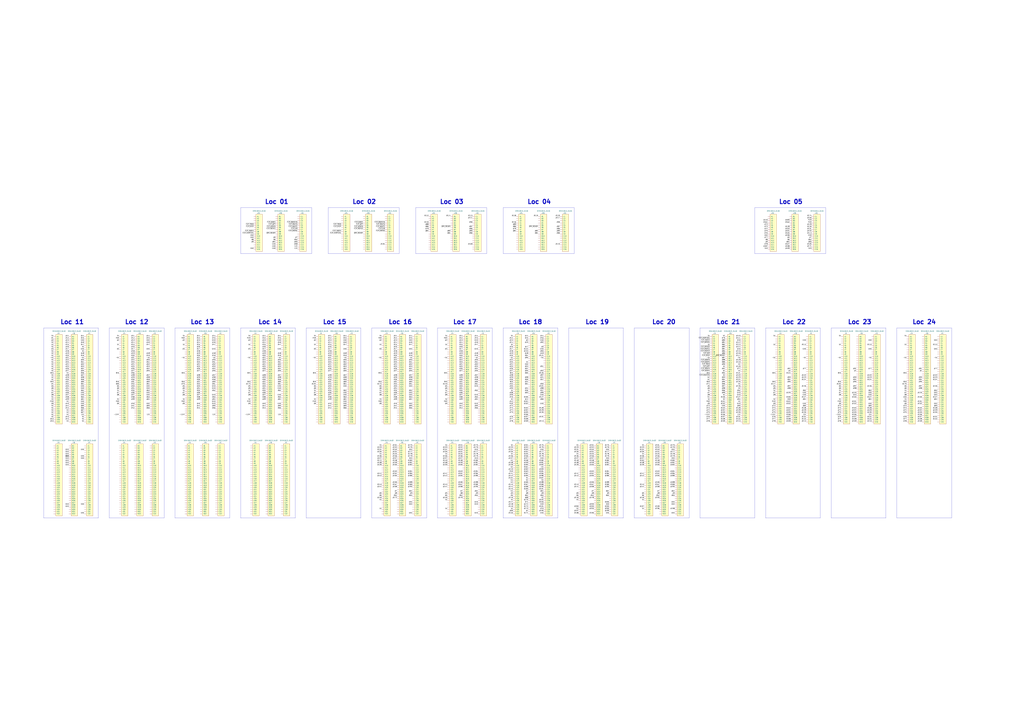
<source format=kicad_sch>
(kicad_sch (version 20230121) (generator eeschema)
  (paper "A0")
  (polyline (pts (xy 114.3 381) (xy 114.3 601.98)))
  (polyline (pts (xy 876.3 294.64) (xy 876.3 241.3)))
  (polyline (pts (xy 666.75 241.3) (xy 666.75 294.64)))
  (polyline (pts (xy 952.5 601.98) (xy 889 601.98)))
  (polyline (pts (xy 508 601.98) (xy 508 381)))
  (polyline (pts (xy 342.9 381) (xy 342.9 601.98)))
  (polyline (pts (xy 279.4 294.64) (xy 279.4 241.3)))
  (polyline (pts (xy 431.8 601.98) (xy 431.8 381)))
  (polyline (pts (xy 361.95 294.64) (xy 279.4 294.64)))
  (polyline (pts (xy 266.7 381) (xy 266.7 601.98)))
  (polyline (pts (xy 736.6 381) (xy 800.1 381)))
  (polyline (pts (xy 736.6 601.98) (xy 736.6 381)))
  (polyline (pts (xy 1104.9 601.98) (xy 1041.4 601.98)))
  (polyline (pts (xy 355.6 601.98) (xy 355.6 381)))
  (polyline (pts (xy 647.7 601.98) (xy 584.2 601.98)))
  (polyline (pts (xy 190.5 381) (xy 190.5 601.98)))
  (polyline (pts (xy 463.55 294.64) (xy 381 294.64)))
  (polyline (pts (xy 1104.9 381) (xy 1104.9 601.98)))
  (polyline (pts (xy 889 381) (xy 952.5 381)))
  (polyline (pts (xy 381 294.64) (xy 381 241.3)))
  (polyline (pts (xy 1041.4 381) (xy 1104.9 381)))
  (polyline (pts (xy 203.2 381) (xy 266.7 381)))
  (polyline (pts (xy 800.1 381) (xy 800.1 601.98)))
  (polyline (pts (xy 660.4 381) (xy 723.9 381)))
  (polyline (pts (xy 495.3 381) (xy 495.3 601.98)))
  (polyline (pts (xy 203.2 601.98) (xy 203.2 381)))
  (polyline (pts (xy 463.55 241.3) (xy 463.55 294.64)))
  (polyline (pts (xy 584.2 601.98) (xy 584.2 381)))
  (polyline (pts (xy 584.2 381) (xy 647.7 381)))
  (polyline (pts (xy 565.15 294.64) (xy 482.6 294.64)))
  (polyline (pts (xy 279.4 241.3) (xy 361.95 241.3)))
  (polyline (pts (xy 50.8 601.98) (xy 50.8 381)))
  (polyline (pts (xy 381 241.3) (xy 463.55 241.3)))
  (polyline (pts (xy 965.2 381) (xy 1028.7 381)))
  (polyline (pts (xy 565.15 241.3) (xy 565.15 294.64)))
  (polyline (pts (xy 114.3 601.98) (xy 50.8 601.98)))
  (polyline (pts (xy 190.5 601.98) (xy 127 601.98)))
  (polyline (pts (xy 812.8 381) (xy 876.3 381)))
  (polyline (pts (xy 279.4 601.98) (xy 279.4 381)))
  (polyline (pts (xy 889 601.98) (xy 889 381)))
  (polyline (pts (xy 482.6 241.3) (xy 565.15 241.3)))
  (polyline (pts (xy 50.8 381) (xy 114.3 381)))
  (polyline (pts (xy 584.2 241.3) (xy 666.75 241.3)))
  (polyline (pts (xy 419.1 381) (xy 419.1 601.98)))
  (polyline (pts (xy 431.8 381) (xy 495.3 381)))
  (polyline (pts (xy 571.5 601.98) (xy 508 601.98)))
  (polyline (pts (xy 1028.7 381) (xy 1028.7 601.98)))
  (polyline (pts (xy 361.95 241.3) (xy 361.95 294.64)))
  (polyline (pts (xy 666.75 294.64) (xy 584.2 294.64)))
  (polyline (pts (xy 355.6 381) (xy 419.1 381)))
  (polyline (pts (xy 571.5 381) (xy 571.5 601.98)))
  (polyline (pts (xy 266.7 601.98) (xy 203.2 601.98)))
  (polyline (pts (xy 482.6 294.64) (xy 482.6 241.3)))
  (polyline (pts (xy 965.2 601.98) (xy 965.2 381)))
  (polyline (pts (xy 127 381) (xy 190.5 381)))
  (polyline (pts (xy 876.3 241.3) (xy 958.85 241.3)))
  (polyline (pts (xy 800.1 601.98) (xy 736.6 601.98)))
  (polyline (pts (xy 958.85 241.3) (xy 958.85 294.64)))
  (polyline (pts (xy 958.85 294.64) (xy 876.3 294.64)))
  (polyline (pts (xy 812.8 601.98) (xy 812.8 381)))
  (polyline (pts (xy 876.3 381) (xy 876.3 601.98)))
  (polyline (pts (xy 508 381) (xy 571.5 381)))
  (polyline (pts (xy 647.7 381) (xy 647.7 601.98)))
  (polyline (pts (xy 1028.7 601.98) (xy 965.2 601.98)))
  (polyline (pts (xy 1041.4 601.98) (xy 1041.4 381)))
  (polyline (pts (xy 723.9 601.98) (xy 660.4 601.98)))
  (polyline (pts (xy 723.9 381) (xy 723.9 601.98)))
  (polyline (pts (xy 342.9 601.98) (xy 279.4 601.98)))
  (polyline (pts (xy 279.4 381) (xy 342.9 381)))
  (polyline (pts (xy 127 601.98) (xy 127 381)))
  (polyline (pts (xy 660.4 601.98) (xy 660.4 381)))
  (polyline (pts (xy 952.5 381) (xy 952.5 601.98)))
  (polyline (pts (xy 495.3 601.98) (xy 431.8 601.98)))
  (polyline (pts (xy 876.3 601.98) (xy 812.8 601.98)))
  (polyline (pts (xy 584.2 294.64) (xy 584.2 241.3)))
  (polyline (pts (xy 419.1 601.98) (xy 355.6 601.98)))
  (text "Loc 04" (at 612.14 237.49 0) (effects (font (size 5.08 5.08) (thickness 1.016) bold) (justify left bottom)))
  (text "Loc 18" (at 601.98 377.19 0) (effects (font (size 5.08 5.08) (thickness 1.016) bold) (justify left bottom)))
  (text "Loc 24" (at 1059.18 377.19 0) (effects (font (size 5.08 5.08) (thickness 1.016) bold) (justify left bottom)))
  (text "Loc 02" (at 408.94 237.49 0) (effects (font (size 5.08 5.08) (thickness 1.016) bold) (justify left bottom)))
  (text "Loc 14" (at 299.72 377.19 0) (effects (font (size 5.08 5.08) (thickness 1.016) bold) (justify left bottom)))
  (text "Loc 17" (at 525.78 377.19 0) (effects (font (size 5.08 5.08) (thickness 1.016) bold) (justify left bottom)))
  (text "Loc 01" (at 307.34 237.49 0) (effects (font (size 5.08 5.08) (thickness 1.016) bold) (justify left bottom)))
  (text "Loc 15" (at 374.65 377.19 0) (effects (font (size 5.08 5.08) (thickness 1.016) bold) (justify left bottom)))
  (text "Loc 19" (at 679.45 377.19 0) (effects (font (size 5.08 5.08) (thickness 1.016) bold) (justify left bottom)))
  (text "Loc 22" (at 908.05 377.19 0) (effects (font (size 5.08 5.08) (thickness 1.016) bold) (justify left bottom)))
  (text "Loc 21" (at 831.85 377.19 0) (effects (font (size 5.08 5.08) (thickness 1.016) bold) (justify left bottom)))
  (text "Loc 23" (at 984.25 377.19 0) (effects (font (size 5.08 5.08) (thickness 1.016) bold) (justify left bottom)))
  (text "Loc 11" (at 69.85 377.19 0) (effects (font (size 5.08 5.08) (thickness 1.016) bold) (justify left bottom)))
  (text "Loc 20" (at 756.92 377.19 0) (effects (font (size 5.08 5.08) (thickness 1.016) bold) (justify left bottom)))
  (text "Loc 03" (at 510.54 237.49 0) (effects (font (size 5.08 5.08) (thickness 1.016) bold) (justify left bottom)))
  (text "Loc 12" (at 144.78 377.19 0) (effects (font (size 5.08 5.08) (thickness 1.016) bold) (justify left bottom)))
  (text "Loc 16" (at 450.85 377.19 0) (effects (font (size 5.08 5.08) (thickness 1.016) bold) (justify left bottom)))
  (text "Loc 05" (at 904.24 237.49 0) (effects (font (size 5.08 5.08) (thickness 1.016) bold) (justify left bottom)))
  (text "Loc 13" (at 220.98 377.19 0) (effects (font (size 5.08 5.08) (thickness 1.016) bold) (justify left bottom)))
  (label "8V5" (at 290.83 434.34 180))
  (label "12V" (at 173.99 482.6 180))
  (label "#123" (at 935.99 439.42 180))
  (label "#52" (at 97.79 424.18 180))
  (label "#45" (at 97.79 393.7 180))
  (label "#151" (at 613.41 518.16 180))
  (label "#73" (at 900.43 474.98 180))
  (label "5V" (at 748.03 591.82 180))
  (label "#45" (at 554.99 393.7 180))
  (label "#29" (at 80.01 439.42 180))
  (label "#60" (at 173.99 444.5 180))
  (label "#91" (at 842.01 429.26 180))
  (label "#98" (at 1070.61 452.12 180))
  (label "#183" (at 916.94 256.54 180))
  (label "#18" (at 537.21 408.94 180))
  (label "#66" (at 554.99 474.98 180))
  (label "#115" (at 548.64 251.46 180))
  (label "#32" (at 384.81 447.04 180))
  (label "#146" (at 748.03 579.12 180))
  (label "#10" (at 62.23 487.68 180))
  (label "~{FLP_DRVS1}" (at 345.44 269.24 180))
  (label "#20" (at 232.41 414.02 180))
  (label "#178" (at 631.19 528.32 180))
  (label "#52" (at 326.39 424.18 180))
  (label "#108" (at 994.41 487.68 180))
  (label "#161" (at 891.54 259.08 180))
  (label "#81" (at 497.84 269.24 180))
  (label "-5V" (at 554.99 416.56 180))
  (label "5V" (at 62.23 464.82 180))
  (label "#23" (at 156.21 421.64 180))
  (label "GND" (at 402.59 459.74 180))
  (label "#91" (at 994.41 429.26 180))
  (label "#46" (at 402.59 398.78 180))
  (label "#181" (at 478.79 538.48 180))
  (label "#158" (at 689.61 535.94 180))
  (label "#60" (at 250.19 444.5 180))
  (label "#54" (at 402.59 429.26 180))
  (label "#128" (at 859.79 474.98 180))
  (label "5V" (at 671.83 528.32 180))
  (label "#66" (at 173.99 474.98 180))
  (label "#110" (at 497.84 259.08 180))
  (label "#33" (at 537.21 449.58 180))
  (label "#29" (at 461.01 439.42 180))
  (label "#8" (at 891.54 279.4 180))
  (label "GND" (at 250.19 469.9 180))
  (label "#138" (at 443.23 538.48 180))
  (label "#6" (at 290.83 452.12 180))
  (label "GND" (at 1088.39 469.9 180))
  (label "#97" (at 1070.61 449.58 180))
  (label "#127" (at 1088.39 462.28 180))
  (label "#175" (at 478.79 518.16 180))
  (label "#189" (at 783.59 563.88 180))
  (label "NC" (at 62.23 439.42 180))
  (label "#61" (at 478.79 447.04 180))
  (label "#62" (at 345.44 279.4 180))
  (label "#8" (at 461.01 574.04 180))
  (label "#75" (at 824.23 480.06 180))
  (label "#1" (at 62.23 393.7 180))
  (label "~{FLP_MOTE1}" (at 824.23 406.4 180))
  (label "~{FLP_VERTICAL}" (at 824.23 393.7 180))
  (label "#131" (at 1012.19 485.14 180))
  (label "5V" (at 519.43 581.66 180))
  (label "#40" (at 308.61 469.9 180))
  (label "#200" (at 689.61 586.74 180))
  (label "#62" (at 1012.19 454.66 180))
  (label "~{FLP_MOTE2}" (at 824.23 408.94 180))
  (label "#103" (at 613.41 474.98 180))
  (label "#176" (at 554.99 520.7 180))
  (label "#33" (at 461.01 449.58 180))
  (label "#108" (at 916.94 287.02 180))
  (label "#172" (at 613.41 589.28 180))
  (label "#64" (at 250.19 464.82 180))
  (label "#123" (at 1088.39 439.42 180))
  (label "5V" (at 595.63 518.16 180))
  (label "#43" (at 80.01 485.14 180))
  (label "#78" (at 976.63 490.22 180))
  (label "#103" (at 918.21 474.98 180))
  (label "#51" (at 631.19 426.72 180))
  (label "#194" (at 367.03 447.04 180))
  (label "#113" (at 935.99 401.32 180))
  (label "#76" (at 595.63 485.14 180))
  (label "-5V" (at 402.59 416.56 180))
  (label "#49" (at 631.19 411.48 180))
  (label "#139" (at 671.83 541.02 180))
  (label "#54" (at 250.19 429.26 180))
  (label "#165" (at 537.21 553.72 180))
  (label "#72" (at 976.63 472.44 180))
  (label "GND" (at 97.79 467.36 180))
  (label "#7" (at 824.23 457.2 180))
  (label "#137" (at 519.43 533.4 180))
  (label "#7" (at 443.23 457.2 180))
  (label "#168" (at 537.21 566.42 180))
  (label "#86" (at 497.84 264.16 180))
  (label "#143" (at 748.03 563.88 180))
  (label "#142" (at 671.83 553.72 180))
  (label "GND" (at 707.39 596.9 180))
  (label "GND" (at 554.99 459.74 180))
  (label "#173" (at 613.41 591.82 180))
  (label "#116" (at 859.79 411.48 180))
  (label "#22" (at 156.21 419.1 180))
  (label "#59" (at 478.79 441.96 180))
  (label "GND" (at 783.59 586.74 180))
  (label "#21" (at 156.21 416.56 180))
  (label "#100" (at 918.21 462.28 180))
  (label "#65" (at 478.79 576.58 180))
  (label "POR" (at 290.83 467.36 180))
  (label "#37" (at 631.19 454.66 180))
  (label "#2" (at 443.23 396.24 180))
  (label "-5V" (at 935.99 416.56 180))
  (label "#75" (at 595.63 480.06 180))
  (label "#7" (at 367.03 457.2 180))
  (label "#40" (at 461.01 469.9 180))
  (label "~{FLP_RDATA}" (at 447.04 261.62 180))
  (label "GND" (at 707.39 523.24 180))
  (label "#32" (at 156.21 447.04 180))
  (label "#163" (at 689.61 548.64 180))
  (label "#21" (at 232.41 416.56 180))
  (label "#47" (at 613.41 403.86 180))
  (label "#3" (at 290.83 406.4 180))
  (label "#185" (at 783.59 551.18 180))
  (label "#188" (at 554.99 561.34 180))
  (label "-5V" (at 290.83 416.56 180))
  (label "GND" (at 173.99 457.2 180))
  (label "#34" (at 308.61 452.12 180))
  (label "#65" (at 935.99 472.44 180))
  (label "5V" (at 1052.83 464.82 180))
  (label "#122" (at 859.79 436.88 180))
  (label "#175" (at 554.99 518.16 180))
  (label "#30" (at 156.21 441.96 180))
  (label "#126" (at 859.79 449.58 180))
  (label "#133" (at 595.63 520.7 180))
  (label "#39" (at 308.61 464.82 180))
  (label "#14" (at 461.01 398.78 180))
  (label "#66" (at 326.39 474.98 180))
  (label "-12VF" (at 824.23 482.6 180))
  (label "GND" (at 554.99 596.9 180))
  (label "#26" (at 156.21 429.26 180))
  (label "5V" (at 595.63 454.66 180))
  (label "GND" (at 1088.39 459.74 180))
  (label "#140" (at 595.63 546.1 180))
  (label "GND" (at 326.39 449.58 180))
  (label "#5" (at 519.43 449.58 180))
  (label "#78" (at 900.43 490.22 180))
  (label "#74" (at 595.63 477.52 180))
  (label "#121" (at 859.79 434.34 180))
  (label "#185" (at 707.39 551.18 180))
  (label "#45" (at 613.41 393.7 180))
  (label "#35" (at 384.81 454.66 180))
  (label "#7" (at 345.44 276.86 180))
  (label "#131" (at 859.79 485.14 180))
  (label "~{FLP_DSKCHG}" (at 345.44 259.08 180))
  (label "GND" (at 97.79 469.9 180))
  (label "NC" (at 595.63 535.94 180))
  (label "GND" (at 554.99 586.74 180))
  (label "#128" (at 631.19 474.98 180))
  (label "~{FLP_STEP}" (at 396.24 264.16 180))
  (label "#54" (at 173.99 429.26 180))
  (label "#125" (at 859.79 444.5 180))
  (label "#57" (at 250.19 436.88 180))
  (label "#5" (at 976.63 449.58 180))
  (label "#188" (at 631.19 561.34 180))
  (label "#51" (at 250.19 421.64 180))
  (label "#118" (at 599.44 251.46 180))
  (label "#32" (at 537.21 447.04 180))
  (label "#69" (at 138.43 447.04 180))
  (label "#32" (at 595.63 447.04 180))
  (label "#44" (at 250.19 391.16 180))
  (label "#188" (at 783.59 561.34 180))
  (label "~{FLP_WGATE}" (at 345.44 264.16 180))
  (label "#64" (at 173.99 464.82 180))
  (label "#141" (at 519.43 551.18 180))
  (label "#9" (at 824.23 469.9 180))
  (label "#18" (at 595.63 408.94 180))
  (label "#53" (at 326.39 426.72 180))
  (label "#191" (at 631.19 568.96 180))
  (label "#118" (at 859.79 419.1 180))
  (label "#31" (at 613.41 444.5 180))
  (label "#76" (at 976.63 485.14 180))
  (label "#26" (at 595.63 429.26 180))
  (label "GND" (at 402.59 469.9 180))
  (label "#5" (at 138.43 449.58 180))
  (label "#20" (at 461.01 414.02 180))
  (label "5V" (at 671.83 581.66 180))
  (label "#7" (at 613.41 571.5 180))
  (label "#64" (at 707.39 571.5 180))
  (label "#19" (at 232.41 411.48 180))
  (label "#126" (at 631.19 434.34 180))
  (label "#72" (at 891.54 261.62 180))
  (label "#81" (at 842.01 398.78 180))
  (label "5V" (at 62.23 454.66 180))
  (label "#96" (at 842.01 454.66 180))
  (label "#18" (at 232.41 408.94 180))
  (label "#21" (at 80.01 416.56 180))
  (label "#189" (at 478.79 563.88 180))
  (label "POR" (at 367.03 467.36 180))
  (label "12V" (at 345.44 287.02 180))
  (label "#62" (at 613.41 576.58 180))
  (label "#50" (at 250.19 419.1 180))
  (label "#22" (at 537.21 419.1 180))
  (label "#35" (at 232.41 454.66 180))
  (label "#30" (at 308.61 441.96 180))
  (label "#199" (at 765.81 589.28 180))
  (label "NC" (at 859.79 447.04 180))
  (label "#143" (at 671.83 563.88 180))
  (label "GND" (at 1088.39 396.24 180))
  (label "#28" (at 537.21 436.88 180))
  (label "#19" (at 156.21 411.48 180))
  (label "#165" (at 461.01 553.72 180))
  (label "#82" (at 523.24 269.24 180))
  (label "#78" (at 824.23 490.22 180))
  (label "#177" (at 554.99 525.78 180))
  (label "#9" (at 900.43 469.9 180))
  (label "12V" (at 859.79 482.6 180))
  (label "#120" (at 859.79 426.72 180))
  (label "#177" (at 478.79 525.78 180))
  (label "#39" (at 232.41 464.82 180))
  (label "#39" (at 595.63 459.74 180))
  (label "5VS" (at 891.54 289.56 180))
  (label "#90" (at 842.01 424.18 180))
  (label "POR" (at 519.43 467.36 180))
  (label "-5V" (at 478.79 416.56 180))
  (label "5V" (at 214.63 391.16 180))
  (label "#117" (at 650.24 254 180))
  (label "#146" (at 519.43 579.12 180))
  (label "#108" (at 842.01 487.68 180))
  (label "GND" (at 478.79 584.2 180))
  (label "#163" (at 765.81 548.64 180))
  (label "-5V" (at 62.23 416.56 180))
  (label "POR" (at 138.43 467.36 180))
  (label "#7" (at 765.81 571.5 180))
  (label "GND" (at 97.79 586.74 180))
  (label "#77" (at 1012.19 429.26 180))
  (label "#8" (at 62.23 459.74 180))
  (label "#105" (at 842.01 480.06 180))
  (label "-12VF" (at 138.43 482.6 180))
  (label "#5" (at 214.63 449.58 180))
  (label "#12" (at 384.81 393.7 180))
  (label "#180" (at 707.39 535.94 180))
  (label "#62" (at 765.81 576.58 180))
  (label "5V" (at 519.43 591.82 180))
  (label "#52" (at 402.59 424.18 180))
  (label "#54" (at 613.41 429.26 180))
  (label "-12VF" (at 290.83 482.6 180))
  (label "#4" (at 613.41 594.36 180))
  (label "#14" (at 384.81 398.78 180))
  (label "GND" (at 250.19 396.24 180))
  (label "#58" (at 478.79 439.42 180))
  (label "#138" (at 595.63 538.48 180))
  (label "#109" (at 613.41 490.22 180))
  (label "#15" (at 156.21 401.32 180))
  (label "#87" (at 842.01 416.56 180))
  (label "8V5" (at 976.63 444.5 180))
  (label "#144" (at 748.03 566.42 180))
  (label "#175" (at 707.39 518.16 180))
  (label "8V5" (at 443.23 434.34 180))
  (label "#197" (at 748.03 589.28 180))
  (label "#180" (at 631.19 535.94 180))
  (label "#72" (at 900.43 472.44 180))
  (label "#72" (at 595.63 472.44 180))
  (label "#57" (at 326.39 436.88 180))
  (label "#85" (at 842.01 408.94 180))
  (label "#23" (at 595.63 421.64 180))
  (label "#128" (at 916.94 264.16 180))
  (label "#38" (at 537.21 462.28 180))
  (label "GND" (at 294.64 276.86 180))
  (label "#80" (at 548.64 271.78 180))
  (label "#155" (at 765.81 528.32 180))
  (label "NC" (at 595.63 558.8 180))
  (label "#146" (at 671.83 579.12 180))
  (label "#57" (at 554.99 436.88 180))
  (label "#24" (at 537.21 424.18 180))
  (label "#62" (at 689.61 576.58 180))
  (label "#42" (at 80.01 474.98 180))
  (label "5V" (at 976.63 401.32 180))
  (label "#154" (at 461.01 525.78 180))
  (label "POR" (at 824.23 467.36 180))
  (label "#53" (at 402.59 426.72 180))
  (label "#47" (at 250.19 401.32 180))
  (label "#121" (at 918.21 434.34 180))
  (label "#173" (at 290.83 447.04 180))
  (label "#156" (at 689.61 530.86 180))
  (label "#137" (at 748.03 533.4 180))
  (label "#30" (at 232.41 441.96 180))
  (label "#182" (at 554.99 541.02 180))
  (label "#169" (at 548.64 284.48 180))
  (label "#58" (at 97.79 439.42 180))
  (label "#3" (at 138.43 406.4 180))
  (label "GND" (at 613.41 424.18 180))
  (label "GND" (at 478.79 586.74 180))
  (label "#197" (at 671.83 594.36 180))
  (label "POR" (at 62.23 467.36 180))
  (label "#7" (at 976.63 457.2 180))
  (label "5V" (at 138.43 391.16 180))
  (label "#38" (at 232.41 462.28 180))
  (label "#28" (at 156.21 436.88 180))
  (label "12V" (at 250.19 482.6 180))
  (label "#27" (at 595.63 431.8 180))
  (label "#101" (at 613.41 467.36 180))
  (label "#27" (at 308.61 431.8 180))
  (label "#144" (at 595.63 566.42 180))
  (label "#34" (at 537.21 452.12 180))
  (label "#46" (at 631.19 393.7 180))
  (label "#105" (at 918.21 480.06 180))
  (label "-12VF" (at 900.43 482.6 180))
  (label "#11" (at 156.21 391.16 180))
  (label "#9" (at 519.43 469.9 180))
  (label "#124" (at 631.19 414.02 180))
  (label "5V" (at 748.03 528.32 180))
  (label "#15" (at 537.21 401.32 180))
  (label "#178" (at 554.99 528.32 180))
  (label "#113" (at 1012.19 490.22 180))
  (label "#7" (at 214.63 457.2 180))
  (label "#123" (at 859.79 439.42 180))
  (label "#23" (at 80.01 421.64 180))
  (label "#108" (at 613.41 487.68 180))
  (label "#47" (at 554.99 401.32 180))
  (label "#107" (at 916.94 284.48 180))
  (label "#76" (at 824.23 485.14 180))
  (label "#101" (at 918.21 467.36 180))
  (label "#103" (at 1070.61 474.98 180))
  (label "#178" (at 707.39 528.32 180))
  (label "NC" (at 631.19 579.12 180))
  (label "#58" (at 326.39 439.42 180))
  (label "#135" (at 595.63 525.78 180))
  (label "#130" (at 1088.39 480.06 180))
  (label "~{FLP_WDATA}" (at 824.23 419.1 180))
  (label "NC" (at 62.23 421.64 180))
  (label "#64" (at 554.99 464.82 180))
  (label "#157" (at 613.41 533.4 180))
  (label "#168" (at 689.61 566.42 180))
  (label "#54" (at 326.39 429.26 180))
  (label "#54" (at 97.79 429.26 180))
  (label "#104" (at 842.01 477.52 180))
  (label "#93" (at 1070.61 439.42 180))
  (label "-5V" (at 138.43 416.56 180))
  (label "GND" (at 478.79 459.74 180))
  (label "#190" (at 783.59 566.42 180))
  (label "#156" (at 537.21 530.86 180))
  (label "#104" (at 595.63 556.26 180))
  (label "~{DRV_READY}" (at 320.04 271.78 180))
  (label "#87" (at 650.24 264.16 180))
  (label "#21" (at 384.81 416.56 180))
  (label "#27" (at 461.01 431.8 180))
  (label "NC" (at 97.79 490.22 180))
  (label "#39" (at 537.21 464.82 180))
  (label "GND" (at 80.01 589.28 180))
  (label "#20" (at 156.21 414.02 180))
  (label "#8" (at 689.61 574.04 180))
  (label "#79" (at 599.44 266.7 180))
  (label "#181" (at 783.59 538.48 180))
  (label "GND" (at 554.99 584.2 180))
  (label "#136" (at 519.43 530.86 180))
  (label "12V" (at 1012.19 482.6 180))
  (label "#157" (at 537.21 533.4 180))
  (label "GND" (at 402.59 406.4 180))
  (label "#119" (at 859.79 421.64 180))
  (label "#125" (at 1070.61 457.2 180))
  (label "GND" (at 173.99 469.9 180))
  (label "8V5" (at 214.63 444.5 180))
  (label "#16" (at 308.61 403.86 180))
  (label "#74" (at 891.54 266.7 180))
  (label "#133" (at 443.23 520.7 180))
  (label "#55" (at 250.19 431.8 180))
  (label "#26" (at 308.61 429.26 180))
  (label "#185" (at 554.99 551.18 180))
  (label "#64" (at 631.19 571.5 180))
  (label "#24" (at 308.61 424.18 180))
  (label "#59" (at 326.39 441.96 180))
  (label "GND" (at 935.99 406.4 180))
  (label "#63" (at 478.79 462.28 180))
  (label "#9" (at 554.99 574.04 180))
  (label "#33" (at 80.01 449.58 180))
  (label "#40" (at 156.21 469.9 180))
  (label "#55" (at 173.99 431.8 180))
  (label "~{FLP_DIR}" (at 824.23 411.48 180))
  (label "#72" (at 824.23 472.44 180))
  (label "#84" (at 624.84 271.78 180))
  (label "#124" (at 1012.19 441.96 180))
  (label "5V" (at 138.43 464.82 180))
  (label "#138" (at 748.03 538.48 180))
  (label "GND" (at 554.99 406.4 180))
  (label "#115" (at 859.79 408.94 180))
  (label "#62" (at 537.21 576.58 180))
  (label "NC" (at 97.79 485.14 180))
  (label "NC" (at 62.23 398.78 180))
  (label "#124" (at 935.99 441.96 180))
  (label "GND" (at 478.79 406.4 180))
  (label "#11" (at 80.01 391.16 180))
  (label "#142" (at 443.23 553.72 180))
  (label "#73" (at 1052.83 474.98 180))
  (label "NC" (at 613.41 558.8 180))
  (label "#131" (at 1088.39 485.14 180))
  (label "GND" (at 631.19 596.9 180))
  (label "5V" (at 824.23 464.82 180))
  (label "#92" (at 631.19 398.78 180))
  (label "GND" (at 1012.19 396.24 180))
  (label "#5" (at 1052.83 449.58 180))
  (label "#22" (at 80.01 419.1 180))
  (label "#13" (at 461.01 396.24 180))
  (label "#66" (at 402.59 474.98 180))
  (label "#65" (at 1012.19 472.44 180))
  (label "#55" (at 97.79 431.8 180))
  (label "#5" (at 916.94 276.86 180))
  (label "#9" (at 367.03 469.9 180))
  (label "#26" (at 80.01 429.26 180))
  (label "#32" (at 461.01 447.04 180))
  (label "#61" (at 613.41 447.04 180))
  (label "#28" (at 80.01 436.88 180))
  (label "#172" (at 443.23 447.04 180))
  (label "#40" (at 232.41 469.9 180))
  (label "#44" (at 326.39 391.16 180))
  (label "#136" (at 671.83 530.86 180))
  (label "#200" (at 689.61 591.82 180))
  (label "#9" (at 290.83 469.9 180))
  (label "#50" (at 97.79 419.1 180))
  (label "#42" (at 537.21 474.98 180))
  (label "#144" (at 443.23 566.42 180))
  (label "#130" (at 942.34 264.16 180))
  (label "#95" (at 994.41 444.5 180))
  (label "#77" (at 1052.83 487.68 180))
  (label "#187" (at 891.54 287.02 180))
  (label "#90" (at 650.24 259.08 180))
  (label "#133" (at 748.03 520.7 180))
  (label "#14" (at 232.41 398.78 180))
  (label "#49" (at 478.79 414.02 180))
  (label "#144" (at 671.83 566.42 180))
  (label "#38" (at 80.01 462.28 180))
  (label "#112" (at 859.79 398.78 180))
  (label "#36" (at 308.61 457.2 180))
  (label "#105" (at 613.41 480.06 180))
  (label "#186" (at 554.99 553.72 180))
  (label "#93" (at 994.41 439.42 180))
  (label "#31" (at 80.01 444.5 180))
  (label "#107" (at 918.21 485.14 180))
  (label "8V5" (at 1052.83 444.5 180))
  (label "#125" (at 994.41 457.2 180))
  (label "GND" (at 1012.19 457.2 180))
  (label "#181" (at 631.19 538.48 180))
  (label "#77" (at 859.79 429.26 180))
  (label "#51" (at 97.79 421.64 180))
  (label "#83" (at 842.01 403.86 180))
  (label "#17" (at 308.61 406.4 180))
  (label "5V" (at 671.83 591.82 180))
  (label "#155" (at 461.01 528.32 180))
  (label "NC" (at 842.01 391.16 180))
  (label "#51" (at 173.99 421.64 180))
  (label "#5" (at 748.03 574.04 180))
  (label "8V5" (at 824.23 444.5 180))
  (label "#59" (at 173.99 441.96 180))
  (label "5V" (at 443.23 528.32 180))
  (label "-5V" (at 97.79 416.56 180))
  (label "8V5" (at 595.63 444.5 180))
  (label "#53" (at 613.41 426.72 180))
  (label "#154" (at 689.61 525.78 180))
  (label "#109" (at 842.01 490.22 180))
  (label "#129" (at 1088.39 477.52 180))
  (label "GND" (at 1088.39 457.2 180))
  (label "#78" (at 891.54 284.48 180))
  (label "#152" (at 537.21 520.7 180))
  (label "#160" (at 461.01 541.02 180))
  (label "5V" (at 519.43 518.16 180))
  (label "#93" (at 918.21 439.42 180))
  (label "5V" (at 900.43 401.32 180))
  (label "#131" (at 935.99 485.14 180))
  (label "#8" (at 1052.83 459.74 180))
  (label "#48" (at 402.59 411.48 180))
  (label "NC" (at 859.79 431.8 180))
  (label "-5V" (at 1012.19 416.56 180))
  (label "#166" (at 461.01 561.34 180))
  (label "#16" (at 232.41 403.86 180))
  (label "#54" (at 478.79 429.26 180))
  (label "#52" (at 554.99 424.18 180))
  (label "5V" (at 824.23 454.66 180))
  (label "5V" (at 138.43 454.66 180))
  (label "#184" (at 707.39 548.64 180))
  (label "#163" (at 537.21 548.64 180))
  (label "GND" (at 294.64 274.32 180))
  (label "#137" (at 671.83 533.4 180))
  (label "#74" (at 900.43 477.52 180))
  (label "#41" (at 80.01 472.44 180))
  (label "#16" (at 384.81 403.86 180))
  (label "GND" (at 402.59 467.36 180))
  (label "#144" (at 519.43 566.42 180))
  (label "5V" (at 1052.83 391.16 180))
  (label "~{FLP_RDATA}" (at 345.44 261.62 180))
  (label "#36" (at 80.01 457.2 180))
  (label "#117" (at 859.79 414.02 180))
  (label "#60" (at 554.99 444.5 180))
  (label "#193" (at 765.81 579.12 180))
  (label "-5V" (at 595.63 416.56 180))
  (label "#177" (at 707.39 525.78 180))
  (label "#108" (at 918.21 487.68 180))
  (label "GND" (at 554.99 533.4 180))
  (label "#183" (at 631.19 546.1 180))
  (label "#55" (at 402.59 431.8 180))
  (label "~{DRV_READY}" (at 842.01 414.02 180))
  (label "#156" (at 613.41 530.86 180))
  (label "#57" (at 478.79 436.88 180))
  (label "#6" (at 320.04 279.4 180))
  (label "#65" (at 554.99 576.58 180))
  (label "5V" (at 214.63 464.82 180))
  (label "#19" (at 80.01 411.48 180))
  (label "GND" (at 783.59 523.24 180))
  (label "#22" (at 384.81 419.1 180))
  (label "8V5" (at 976.63 434.34 180))
  (label "#75" (at 900.43 480.06 180))
  (label "#76" (at 1052.83 485.14 180))
  (label "#98" (at 994.41 452.12 180))
  (label "#139" (at 519.43 541.02 180))
  (label "GND" (at 859.79 469.9 180))
  (label "#35" (at 80.01 454.66 180))
  (label "GND" (at 80.01 525.78 180))
  (label "#113" (at 942.34 271.78 180))
  (label "5V" (at 290.83 391.16 180))
  (label "8V5" (at 367.03 444.5 180))
  (label "#198" (at 671.83 596.9 180))
  (label "#52" (at 173.99 424.18 180))
  (label "#29" (at 156.21 439.42 180))
  (label "#42" (at 232.41 474.98 180))
  (label "#29" (at 232.41 439.42 180))
  (label "#18" (at 156.21 408.94 180))
  (label "#21" (at 308.61 416.56 180))
  (label "5V" (at 976.63 454.66 180))
  (label "GND" (at 326.39 396.24 180))
  (label "#5" (at 367.03 449.58 180))
  (label "#135" (at 519.43 525.78 180))
  (label "#42" (at 156.21 474.98 180))
  (label "#108" (at 1070.61 487.68 180))
  (label "#75" (at 891.54 269.24 180))
  (label "#33" (at 308.61 449.58 180))
  (label "GND" (at 80.01 530.86 180))
  (label "#14" (at 156.21 398.78 180))
  (label "#167" (at 613.41 563.88 180))
  (label "#149" (at 519.43 447.04 180))
  (label "GND" (at 320.04 289.56 180))
  (label "#9" (at 707.39 574.04 180))
  (label "12V" (at 97.79 482.6 180))
  (label "#83" (at 650.24 269.24 180))
  (label "#76" (at 891.54 271.78 180))
  (label "~{FLP_WDATA}" (at 320.04 264.16 180))
  (label "#94" (at 842.01 441.96 180))
  (label "GND" (at 97.79 452.12 180))
  (label "5V" (at 367.03 464.82 180))
  (label "#126" (at 1088.39 449.58 180))
  (label "#79" (at 497.84 266.7 180))
  (label "#5" (at 595.63 574.04 180))
  (label "#5" (at 62.23 449.58 180))
  (label "#12" (at 80.01 393.7 180))
  (label "#164" (at 689.61 551.18 180))
  (label "#13" (at 308.61 396.24 180))
  (label "POR" (at 942.34 256.54 180))
  (label "-5V" (at 976.63 416.56 180))
  (label "#36" (at 384.81 457.2 180))
  (label "#17" (at 232.41 406.4 180))
  (label "#164" (at 537.21 551.18 180))
  (label "#9" (at 783.59 574.04 180))
  (label "GND" (at 859.79 406.4 180))
  (label "#100" (at 842.01 462.28 180))
  (label "GND" (at 631.19 459.74 180))
  (label "#69" (at 595.63 594.36 180))
  (label "#154" (at 613.41 525.78 180))
  (label "8V5" (at 900.43 434.34 180))
  (label "NC" (at 62.23 414.02 180))
  (label "#82" (at 842.01 401.32 180))
  (label "5V" (at 519.43 401.32 180))
  (label "POR" (at 595.63 469.9 180))
  (label "#63" (at 97.79 462.28 180))
  (label "#157" (at 765.81 533.4 180))
  (label "-5V" (at 326.39 416.56 180))
  (label "#64" (at 326.39 464.82 180))
  (label "~{FLP_WGATE}" (at 447.04 264.16 180))
  (label "#48" (at 613.41 411.48 180))
  (label "#140" (at 891.54 256.54 180))
  (label "#55" (at 478.79 431.8 180))
  (label "#103" (at 994.41 474.98 180))
  (label "#75" (at 1052.83 480.06 180))
  (label "#8" (at 976.63 459.74 180))
  (label "#55" (at 554.99 431.8 180))
  (label "5V" (at 519.43 464.82 180))
  (label "GND" (at 707.39 586.74 180))
  (label "#31" (at 384.81 444.5 180))
  (label "#138" (at 519.43 538.48 180))
  (label "#148" (at 671.83 535.94 180))
  (label "#62" (at 942.34 279.4 180))
  (label "GND" (at 1012.19 406.4 180))
  (label "#30" (at 537.21 441.96 180))
  (label "#48" (at 250.19 411.48 180))
  (label "#6" (at 1052.83 452.12 180))
  (label "#81" (at 599.44 269.24 180))
  (label "-5V" (at 1088.39 416.56 180))
  (label "#19" (at 384.81 411.48 180))
  (label "#74" (at 824.23 477.52 180))
  (label "#7" (at 942.34 276.86 180))
  (label "#84" (at 842.01 406.4 180))
  (label "#32" (at 232.41 447.04 180))
  (label "#182" (at 783.59 541.02 180))
  (label "#184" (at 478.79 548.64 180))
  (label "#45" (at 326.39 393.7 180))
  (label "5V" (at 976.63 464.82 180))
  (label "GND" (at 631.19 469.9 180))
  (label "#175" (at 783.59 518.16 180))
  (label "#127" (at 1012.19 462.28 180))
  (label "#182" (at 631.19 541.02 180))
  (label "#9" (at 443.23 469.9 180))
  (label "#16" (at 461.01 403.86 180))
  (label "#20" (at 537.21 414.02 180))
  (label "#170" (at 1052.83 447.04 180))
  (label "GND" (at 783.59 596.9 180))
  (label "#172" (at 461.01 579.12 180))
  (label "#164" (at 765.81 551.18 180))
  (label "#56" (at 97.79 434.34 180))
  (label "#111" (at 548.64 254 180))
  (label "NC" (at 62.23 403.86 180))
  (label "GND" (at 80.01 535.94 180))
  (label "#47" (at 173.99 401.32 180))
  (label "#49" (at 326.39 414.02 180))
  (label "#135" (at 671.83 525.78 180))
  (label "#102" (at 1070.61 469.9 180))
  (label "GND" (at 402.59 457.2 180))
  (label "POR" (at 214.63 393.7 180))
  (label "#60" (at 478.79 444.5 180))
  (label "#24" (at 232.41 424.18 180))
  (label "#126" (at 935.99 449.58 180))
  (label "#14" (at 80.01 398.78 180))
  (label "#163" (at 461.01 548.64 180))
  (label "NC" (at 97.79 487.68 180))
  (label "#23" (at 232.41 421.64 180))
  (label "~{FLP_DSKCHG}" (at 447.04 259.08 180))
  (label "#13" (at 537.21 396.24 180))
  (label "#146" (at 443.23 579.12 180))
  (label "#46" (at 478.79 398.78 180))
  (label "#7" (at 537.21 571.5 180))
  (label "#62" (at 554.99 454.66 180))
  (label "5V" (at 671.83 518.16 180))
  (label "5V" (at 138.43 401.32 180))
  (label "~{FLP_TRK0}" (at 396.24 261.62 180))
  (label "#9" (at 976.63 469.9 180))
  (label "#200" (at 707.39 589.28 180))
  (label "#40" (at 595.63 462.28 180))
  (label "#11" (at 461.01 391.16 180))
  (label "#159" (at 613.41 538.48 180))
  (label "#160" (at 765.81 541.02 180))
  (label "#63" (at 402.59 462.28 180))
  (label "#25" (at 384.81 426.72 180))
  (label "#167" (at 689.61 563.88 180))
  (label "#153" (at 613.41 523.24 180))
  (label "#12" (at 232.41 393.7 180))
  (label "GND" (at 250.19 459.74 180))
  (label "#24" (at 384.81 424.18 180))
  (label "#26" (at 537.21 429.26 180))
  (label "#67" (at 97.79 477.52 180))
  (label "#44" (at 97.79 391.16 180))
  (label "#198" (at 783.59 591.82 180))
  (label "#166" (at 537.21 561.34 180))
  (label "#177" (at 631.19 525.78 180))
  (label "5V" (at 62.23 401.32 180))
  (label "#34" (at 232.41 452.12 180))
  (label "#8" (at 443.23 459.74 180))
  (label "8V5" (at 519.43 444.5 180))
  (label "GND" (at 326.39 459.74 180))
  (label "#28" (at 232.41 436.88 180))
  (label "5V" (at 1052.83 454.66 180))
  (label "#145" (at 595.63 568.96 180))
  (label "8V5" (at 62.23 444.5 180))
  (label "-5V" (at 859.79 416.56 180))
  (label "#38" (at 384.81 462.28 180))
  (label "#40" (at 537.21 469.9 180))
  (label "#126" (at 1012.19 449.58 180))
  (label "#179" (at 478.79 530.86 180))
  (label "POR" (at 443.23 393.7 180))
  (label "GND" (at 173.99 406.4 180))
  (label "#94" (at 918.21 441.96 180))
  (label "#24" (at 80.01 424.18 180))
  (label "#189" (at 631.19 563.88 180))
  (label "NC" (at 62.23 411.48 180))
  (label "#12" (at 156.21 393.7 180))
  (label "#19" (at 461.01 411.48 180))
  (label "#6" (at 671.83 576.58 180))
  (label "#158" (at 537.21 535.94 180))
  (label "#191" (at 447.04 284.48 180))
  (label "GND" (at 1088.39 406.4 180))
  (label "-12VF" (at 214.63 482.6 180))
  (label "5V" (at 443.23 581.66 180))
  (label "#190" (at 707.39 566.42 180))
  (label "#60" (at 97.79 444.5 180))
  (label "#161" (at 613.41 543.56 180))
  (label "#128" (at 935.99 474.98 180))
  (label "#38" (at 595.63 457.2 180))
  (label "#48" (at 554.99 411.48 180))
  (label "GND" (at 942.34 274.32 180))
  (label "5V" (at 519.43 391.16 180))
  (label "#142" (at 748.03 553.72 180))
  (label "#19" (at 595.63 411.48 180))
  (label "#8" (at 214.63 459.74 180))
  (label "GND" (at 173.99 449.58 180))
  (label "#97" (at 918.21 449.58 180))
  (label "#48" (at 173.99 411.48 180))
  (label "#71" (at 824.23 447.04 180))
  (label "GND" (at 891.54 274.32 180))
  (label "#33" (at 384.81 449.58 180))
  (label "#79" (at 842.01 393.7 180))
  (label "~{FLP_TRK0}" (at 824.23 424.18 180))
  (label "#45" (at 173.99 393.7 180))
  (label "#26" (at 384.81 429.26 180))
  (label "#52" (at 250.19 424.18 180))
  (label "#13" (at 384.81 396.24 180))
  (label "#135" (at 443.23 525.78 180))
  (label "#27" (at 537.21 431.8 180))
  (label "#156" (at 461.01 530.86 180))
  (label "#61" (at 326.39 447.04 180))
  (label "#64" (at 1088.39 464.82 180))
  (label "#3" (at 519.43 406.4 180))
  (label "#5" (at 824.23 449.58 180))
  (label "#122" (at 935.99 436.88 180))
  (label "#60" (at 613.41 434.34 180))
  (label "#186" (at 478.79 553.72 180))
  (label "#160" (at 689.61 541.02 180))
  (label "#192" (at 631.19 581.66 180))
  (label "#141" (at 748.03 551.18 180))
  (label "#93" (at 842.01 439.42 180))
  (label "#53" (at 554.99 426.72 180))
  (label "#139" (at 595.63 541.02 180))
  (label "#184" (at 554.99 548.64 180))
  (label "#150" (at 595.63 596.9 180))
  (label "#74" (at 976.63 477.52 180))
  (label "#94" (at 1070.61 441.96 180))
  (label "#186" (at 707.39 553.72 180))
  (label "#98" (at 842.01 452.12 180))
  (label "#35" (at 156.21 454.66 180))
  (label "#65" (at 631.19 576.58 180))
  (label "#200" (at 689.61 589.28 180))
  (label "#52" (at 631.19 431.8 180))
  (label "#167" (at 537.21 563.88 180))
  (label "-5V" (at 1052.83 416.56 180))
  (label "NC" (at 62.23 472.44 180))
  (label "GND" (at 935.99 396.24 180))
  (label "#18" (at 80.01 408.94 180))
  (label "#134" (at 671.83 523.24 180))
  (label "~{FLP_DRVS2}" (at 824.23 403.86 180))
  (label "5V" (at 367.03 401.32 180))
  (label "#50" (at 554.99 419.1 180))
  (label "NC" (at 824.23 439.42 180))
  (label "GND" (at 173.99 459.74 180))
  (label "#64" (at 783.59 571.5 180))
  (label "#172" (at 443.23 535.94 180))
  (label "#114" (at 859.79 403.86 180))
  (label "#16" (at 156.21 403.86 180))
  (label "GND" (at 783.59 584.2 180))
  (label "#107" (at 842.01 485.14 180))
  (label "#188" (at 707.39 561.34 180))
  (label "#85" (at 548.64 266.7 180))
  (label "-12VF" (at 976.63 482.6 180))
  (label "POR" (at 367.03 393.7 180))
  (label "#107" (at 1070.61 485.14 180))
  (label "#186" (at 783.59 553.72 180))
  (label "~{FLP_STEP}" (at 824.23 414.02 180))
  (label "#63" (at 326.39 462.28 180))
  (label "#154" (at 765.81 525.78 180))
  (label "#44" (at 631.19 391.16 180))
  (label "#78" (at 1052.83 490.22 180))
  (label "GND" (at 859.79 457.2 180))
  (label "#47" (at 402.59 401.32 180))
  (label "#41" (at 461.01 472.44 180))
  (label "#175" (at 631.19 518.16 180))
  (label "#41" (at 613.41 464.82 180))
  (label "GND" (at 707.39 533.4 180))
  (label "#109" (at 918.21 490.22 180))
  (label "GND" (at 320.04 287.02 180))
  (label "#36" (at 613.41 454.66 180))
  (label "#39" (at 156.21 464.82 180))
  (label "#12" (at 537.21 393.7 180))
  (label "#42" (at 308.61 474.98 180))
  (label "#17" (at 384.81 406.4 180))
  (label "#18" (at 461.01 408.94 180))
  (label "#23" (at 537.21 421.64 180))
  (label "#90" (at 548.64 259.08 180))
  (label "#15" (at 232.41 401.32 180))
  (label "#19" (at 308.61 411.48 180))
  (label "#178" (at 478.79 528.32 180))
  (label "#26" (at 461.01 429.26 180))
  (label "~{FLP_SIDE1}" (at 320.04 259.08 180))
  (label "#12" (at 461.01 393.7 180))
  (label "#65" (at 402.59 472.44 180))
  (label "#66" (at 97.79 474.98 180))
  (label "#122" (at 613.41 406.4 180))
  (label "8V5" (at 1052.83 434.34 180))
  (label "#6" (at 519.43 452.12 180))
  (label "#195" (at 942.34 284.48 180))
  (label "#119" (at 624.84 251.46 180))
  (label "#29" (at 308.61 439.42 180))
  (label "#39" (at 80.01 464.82 180))
  (label "~{FLP_WPT}" (at 320.04 261.62 180))
  (label "#59" (at 250.19 441.96 180))
  (label "#62" (at 402.59 454.66 180))
  (label "GND" (at 1052.83 462.28 180))
  (label "#97" (at 994.41 449.58 180))
  (label "#61" (at 97.79 447.04 180))
  (label "#15" (at 384.81 401.32 180))
  (label "#49" (at 402.59 414.02 180))
  (label "#129" (at 942.34 261.62 180))
  (label "#51" (at 478.79 421.64 180))
  (label "GND" (at 935.99 457.2 180))
  (label "#123" (at 613.41 408.94 180))
  (label "#158" (at 613.41 535.94 180))
  (label "#157" (at 689.61 533.4 180))
  (label "5V" (at 748.03 581.66 180))
  (label "#188" (at 478.79 561.34 180))
  (label "#7" (at 290.83 457.2 180))
  (label "#33" (at 232.41 449.58 180))
  (label "#155" (at 537.21 528.32 180))
  (label "5V" (at 290.83 454.66 180))
  (label "GND" (at 859.79 396.24 180))
  (label "#97" (at 842.01 449.58 180))
  (label "GND" (at 935.99 459.74 180))
  (label "#13" (at 156.21 396.24 180))
  (label "NC" (at 62.23 474.98 180))
  (label "#35" (at 537.21 454.66 180))
  (label "NC" (at 859.79 452.12 180))
  (label "#180" (at 554.99 535.94 180))
  (label "#7" (at 461.01 571.5 180))
  (label "#107" (at 994.41 485.14 180))
  (label "POR" (at 290.83 393.7 180))
  (label "#20" (at 595.63 414.02 180))
  (label "~{FLP_TRK0}" (at 294.64 261.62 180))
  (label "POR" (at 942.34 259.08 180))
  (label "#62" (at 859.79 454.66 180))
  (label "#88" (at 497.84 261.62 180))
  (label "#64" (at 1012.19 464.82 180))
  (label "#180" (at 478.79 535.94 180))
  (label "#28" (at 308.61 436.88 180))
  (label "NC" (at 595.63 571.5 180))
  (label "#129" (at 631.19 477.52 180))
  (label "#32" (at 308.61 447.04 180))
  (label "#6" (at 138.43 452.12 180))
  (label "#64" (at 320.04 281.94 180))
  (label "#27" (at 156.21 431.8 180))
  (label "GND" (at 631.19 523.24 180))
  (label "#25" (at 308.61 426.72 180))
  (label "#15" (at 308.61 401.32 180))
  (label "#151" (at 765.81 518.16 180))
  (label "#29" (at 384.81 439.42 180))
  (label "NC" (at 80.01 490.22 180))
  (label "#63" (at 554.99 462.28 180))
  (label "GND" (at 859.79 459.74 180))
  (label "#5" (at 443.23 449.58 180))
  (label "GND" (at 478.79 469.9 180))
  (label "#51" (at 402.59 421.64 180))
  (label "#5" (at 320.04 276.86 180))
  (label "8V5" (at 138.43 444.5 180))
  (label "#61" (at 173.99 447.04 180))
  (label "#49" (at 97.79 414.02 180))
  (label "GND" (at 402.59 396.24 180))
  (label "#104" (at 631.19 449.58 180))
  (label "#6" (at 976.63 452.12 180))
  (label "-5V" (at 824.23 416.56 180))
  (label "#49" (at 554.99 414.02 180))
  (label "NC" (at 842.01 426.72 180))
  (label "#109" (at 916.94 289.56 180))
  (label "#104" (at 994.41 477.52 180))
  (label "#29" (at 595.63 439.42 180))
  (label "12V" (at 326.39 482.6 180))
  (label "#132" (at 1012.19 487.68 180))
  (label "#94" (at 994.41 441.96 180))
  (label "#131" (at 942.34 266.7 180))
  (label "#8" (at 294.64 279.4 180))
  (label "GND" (at 173.99 396.24 180))
  (label "#65" (at 478.79 472.44 180))
  (label "#187" (at 631.19 556.26 180))
  (label "GND" (at 1012.19 459.74 180))
  (label "#50" (at 402.59 419.1 180))
  (label "GND" (at 250.19 452.12 180))
  (label "#114" (at 523.24 251.46 180))
  (label "#31" (at 156.21 444.5 180))
  (label "~{FLP_STEP}" (at 294.64 264.16 180))
  (label "#37" (at 156.21 459.74 180))
  (label "#28" (at 461.01 436.88 180))
  (label "#132" (at 942.34 269.24 180))
  (label "GND" (at 1012.19 469.9 180))
  (label "GND" (at 326.39 406.4 180))
  (label "#53" (at 250.19 426.72 180))
  (label "#50" (at 631.19 447.04 180))
  (label "8V5" (at 443.23 444.5 180))
  (label "#123" (at 1012.19 439.42 180))
  (label "#200" (at 707.39 584.2 180))
  (label "#62" (at 461.01 576.58 180))
  (label "#44" (at 173.99 391.16 180))
  (label "#142" (at 519.43 553.72 180))
  (label "#34" (at 80.01 452.12 180))
  (label "#103" (at 916.94 266.7 180))
  (label "#189" (at 554.99 563.88 180))
  (label "#9" (at 631.19 574.04 180))
  (label "#23" (at 384.81 421.64 180))
  (label "#193" (at 748.03 535.94 180))
  (label "NC" (at 97.79 408.94 180))
  (label "~{FLP_VERTICAL}" (at 294.64 271.78 180))
  (label "#105" (at 1070.61 480.06 180))
  (label "#166" (at 765.81 561.34 180))
  (label "#35" (at 461.01 454.66 180))
  (label "5V" (at 595.63 391.16 180))
  (label "#84" (at 523.24 271.78 180))
  (label "#143" (at 443.23 563.88 180))
  (label "#66" (at 478.79 474.98 180))
  (label "#7" (at 1052.83 457.2 180))
  (label "#142" (at 595.63 553.72 180))
  (label "#13" (at 232.41 396.24 180))
  (label "#102" (at 994.41 469.9 180))
  (label "#56" (at 156.21 434.34 180))
  (label "#112" (at 497.84 251.46 180))
  (label "#82" (at 624.84 269.24 180))
  (label "#22" (at 461.01 419.1 180))
  (label "~{FLP_SIDE1}" (at 824.23 431.8 180))
  (label "#23" (at 308.61 421.64 180))
  (label "#167" (at 765.81 563.88 180))
  (label "#94" (at 613.41 414.02 180))
  (label "#61" (at 554.99 447.04 180))
  (label "8V5" (at 62.23 434.34 180))
  (label "GND" (at 173.99 452.12 180))
  (label "#58" (at 402.59 439.42 180))
  (label "NC" (at 62.23 462.28 180))
  (label "#27" (at 80.01 431.8 180))
  (label "#46" (at 250.19 398.78 180))
  (label "GND" (at 402.59 449.58 180))
  (label "#42" (at 595.63 467.36 180))
  (label "GND" (at 250.19 467.36 180))
  (label "#41" (at 537.21 472.44 180))
  (label "#70" (at 631.19 591.82 180))
  (label "#31" (at 308.61 444.5 180))
  (label "#168" (at 613.41 566.42 180))
  (label "#40" (at 80.01 469.9 180))
  (label "#157" (at 461.01 533.4 180))
  (label "#46" (at 97.79 398.78 180))
  (label "#184" (at 631.19 548.64 180))
  (label "#17" (at 461.01 406.4 180))
  (label "#6" (at 900.43 452.12 180))
  (label "GND" (at 320.04 284.48 180))
  (label "#68" (at 613.41 579.12 180))
  (label "#193" (at 631.19 584.2 180))
  (label "#13" (at 80.01 396.24 180))
  (label "POR" (at 976.63 467.36 180))
  (label "#5" (at 900.43 449.58 180))
  (label "#99" (at 631.19 457.2 180))
  (label "NC" (at 62.23 426.72 180))
  (label "~{FLP_SIDE1}" (at 421.64 259.08 180))
  (label "GND" (at 994.41 459.74 180))
  (label "#122" (at 1012.19 436.88 180))
  (label "5V" (at 519.43 454.66 180))
  (label "5V" (at 976.63 391.16 180))
  (label "GND" (at 80.01 586.74 180))
  (label "#65" (at 942.34 281.94 180))
  (label "GND" (at 842.01 472.44 180))
  (label "#58" (at 250.19 439.42 180))
  (label "#3" (at 631.19 403.86 180))
  (label "#20" (at 384.81 414.02 180))
  (label "~{FLP_DIR}" (at 447.04 266.7 180))
  (label "#86" (at 599.44 264.16 180))
  (label "#16" (at 595.63 403.86 180))
  (label "#151" (at 461.01 518.16 180))
  (label "#190" (at 554.99 566.42 180))
  (label "#64" (at 935.99 464.82 180))
  (label "GND" (at 631.19 586.74 180))
  (label "#176" (at 707.39 520.7 180))
  (label "#50" (at 326.39 419.1 180))
  (label "5V" (at 367.03 454.66 180))
  (label "#57" (at 97.79 436.88 180))
  (label "NC" (at 62.23 441.96 180))
  (label "#104" (at 916.94 269.24 180))
  (label "#106" (at 613.41 482.6 180))
  (label "#24" (at 595.63 424.18 180))
  (label "#41" (at 384.81 472.44 180))
  (label "#48" (at 97.79 411.48 180))
  (label "#134" (at 519.43 523.24 180))
  (label "#77" (at 891.54 276.86 180))
  (label "#176" (at 783.59 520.7 180))
  (label "#65" (at 859.79 472.44 180))
  (label "#192" (at 976.63 447.04 180))
  (label "#30" (at 461.01 441.96 180))
  (label "#143" (at 595.63 563.88 180))
  (label "5V" (at 900.43 391.16 180))
  (label "NC" (at 97.79 403.86 180))
  (label "-5V" (at 519.43 416.56 180))
  (label "#85" (at 650.24 266.7 180))
  (label "#129" (at 1012.19 477.52 180))
  (label "#2" (at 214.63 396.24 180))
  (label "NC" (at 62.23 429.26 180))
  (label "#180" (at 783.59 535.94 180))
  (label "#71" (at 613.41 584.2 180))
  (label "#194" (at 631.19 589.28 180))
  (label "#2" (at 519.43 396.24 180))
  (label "#11" (at 384.81 391.16 180))
  (label "#174" (at 942.34 251.46 180))
  (label "#25" (at 461.01 426.72 180))
  (label "#9" (at 891.54 281.94 180))
  (label "#14" (at 595.63 398.78 180))
  (label "#182" (at 707.39 541.02 180))
  (label "#139" (at 443.23 541.02 180))
  (label "POR" (at 519.43 393.7 180))
  (label "NC" (at 80.01 480.06 180))
  (label "#190" (at 631.19 566.42 180))
  (label "#120" (at 650.24 251.46 180))
  (label "#8" (at 537.21 574.04 180))
  (label "#1" (at 1070.61 431.8 180))
  (label "#181" (at 707.39 538.48 180))
  (label "~{FLP_MOTE2}" (at 421.64 266.7 180))
  (label "#134" (at 443.23 523.24 180))
  (label "#8" (at 290.83 459.74 180))
  (label "#49" (at 173.99 414.02 180))
  (label "#111" (at 859.79 393.7 180))
  (label "#16" (at 537.21 403.86 180))
  (label "NC" (at 62.23 436.88 180))
  (label "#159" (at 461.01 538.48 180))
  (label "~{FLP_INDEX}" (at 396.24 269.24 180))
  (label "GND" (at 935.99 469.9 180))
  (label "NC" (at 80.01 477.52 180))
  (label "#24" (at 156.21 424.18 180))
  (label "#8" (at 138.43 459.74 180))
  (label "#92" (at 842.01 434.34 180))
  (label "#133" (at 671.83 520.7 180))
  (label "#51" (at 326.39 421.64 180))
  (label "GND" (at 554.99 396.24 180))
  (label "#3" (at 214.63 406.4 180))
  (label "5V" (at 290.83 464.82 180))
  (label "#124" (at 1088.39 441.96 180))
  (label "5V" (at 443.23 518.16 180))
  (label "#27" (at 384.81 431.8 180))
  (label "GND" (at 478.79 533.4 180))
  (label "#37" (at 537.21 459.74 180))
  (label "#72" (at 1052.83 472.44 180))
  (label "NC" (at 824.23 441.96 180))
  (label "-5V" (at 631.19 416.56 180))
  (label "#8" (at 367.03 459.74 180))
  (label "#28" (at 384.81 436.88 180))
  (label "#65" (at 326.39 472.44 180))
  (label "NC" (at 80.01 467.36 180))
  (label "#95" (at 1070.61 444.5 180))
  (label "NC" (at 859.79 467.36 180))
  (label "#22" (at 595.63 419.1 180))
  (label "GND" (at 478.79 396.24 180))
  (label "NC" (at 62.23 480.06 180))
  (label "#34" (at 156.21 452.12 180))
  (label "#155" (at 689.61 528.32 180))
  (label "#185" (at 478.79 551.18 180))
  (label "#97" (at 631.19 436.88 180))
  (label "GND" (at 97.79 596.9 180))
  (label "GND" (at 97.79 396.24 180))
  (label "#62" (at 478.79 454.66 180))
  (label "NC" (at 80.01 482.6 180))
  (label "#28" (at 595.63 436.88 180))
  (label "#35" (at 595.63 452.12 180))
  (label "~{FLP_WPT}" (at 421.64 261.62 180))
  (label "#36" (at 537.21 457.2 180))
  (label "#159" (at 689.61 538.48 180))
  (label "5V" (at 443.23 591.82 180))
  (label "#11" (at 613.41 391.16 180))
  (label "5V" (at 443.23 454.66 180))
  (label "#106" (at 918.21 482.6 180))
  (label "#58" (at 613.41 439.42 180))
  (label "#106" (at 1070.61 482.6 180))
  (label "#64" (at 478.79 464.82 180))
  (label "#30" (at 384.81 441.96 180))
  (label "#139" (at 748.03 541.02 180))
  (label "#68" (at 345.44 284.48 180))
  (label "#15" (at 613.41 398.78 180))
  (label "#196" (at 689.61 596.9 180))
  (label "#86" (at 842.01 411.48 180))
  (label "#136" (at 595.63 530.86 180))
  (label "#152" (at 765.81 520.7 180))
  (label "8V5" (at 824.23 434.34 180))
  (label "#131" (at 631.19 485.14 180))
  (label "~{FLP_MOTE1}" (at 320.04 266.7 180))
  (label "#152" (at 689.61 520.7 180))
  (label "#148" (at 595.63 586.74 180))
  (label "12V" (at 345.44 289.56 180))
  (label "#62" (at 326.39 454.66 180))
  (label "#64" (at 478.79 571.5 180))
  (label "#6" (at 595.63 576.58 180))
  (label "#42" (at 461.01 474.98 180))
  (label "#58" (at 554.99 439.42 180))
  (label "#102" (at 918.21 469.9 180))
  (label "#37" (at 461.01 459.74 180))
  (label "#17" (at 537.21 406.4 180))
  (label "#132" (at 935.99 487.68 180))
  (label "GND" (at 326.39 469.9 180))
  (label "#122" (at 1088.39 436.88 180))
  (label "#18" (at 384.81 408.94 180))
  (label "#149" (at 595.63 589.28 180))
  (label "#64" (at 402.59 464.82 180))
  (label "#77" (at 976.63 487.68 180))
  (label "#62" (at 1088.39 454.66 180))
  (label "#30" (at 80.01 441.96 180))
  (label "#129" (at 935.99 477.52 180))
  (label "#45" (at 402.59 393.7 180))
  (label "#59" (at 97.79 441.96 180))
  (label "#51" (at 554.99 421.64 180))
  (label "#62" (at 935.99 454.66 180))
  (label "#127" (at 631.19 462.28 180))
  (label "#50" (at 478.79 419.1 180))
  (label "#8" (at 900.43 459.74 180))
  (label "#59" (at 554.99 441.96 180))
  (label "#34" (at 613.41 452.12 180))
  (label "~{FLP_WPT}" (at 824.23 426.72 180))
  (label "NC" (at 842.01 464.82 180))
  (label "#132" (at 1088.39 487.68 180))
  (label "POR" (at 443.23 467.36 180))
  (label "#162" (at 916.94 259.08 180))
  (label "#113" (at 1088.39 401.32 180))
  (label "#125" (at 918.21 457.2 180))
  (label "#77" (at 824.23 487.68 180))
  (label "NC" (at 62.23 431.8 180))
  (label "#73" (at 976.63 474.98 180))
  (label "#17" (at 595.63 406.4 180))
  (label "#66" (at 631.19 464.82 180))
  (label "#132" (at 859.79 487.68 180))
  (label "#182" (at 478.79 541.02 180))
  (label "#50" (at 173.99 419.1 180))
  (label "5V" (at 613.41 421.64 180))
  (label "#15" (at 80.01 401.32 180))
  (label "#179" (at 554.99 530.86 180))
  (label "#128" (at 1012.19 474.98 180))
  (label "5V" (at 900.43 454.66 180))
  (label "#6" (at 367.03 452.12 180))
  (label "#113" (at 631.19 490.22 180))
  (label "#6" (at 214.63 452.12 180))
  (label "5V" (at 824.23 401.32 180))
  (label "#2" (at 290.83 396.24 180))
  (label "#62" (at 250.19 454.66 180))
  (label "~{FLP_INDEX}" (at 294.64 269.24 180))
  (label "~{FLP_DSKCHG}" (at 824.23 436.88 180))
  (label "#44" (at 478.79 391.16 180))
  (label "#150" (at 942.34 254 180))
  (label "NC" (at 62.23 477.52 180))
  (label "#40" (at 384.81 469.9 180))
  (label "#12" (at 595.63 393.7 180))
  (label "#37" (at 80.01 459.74 180))
  (label "#17" (at 156.21 406.4 180))
  (label "NC" (at 842.01 436.88 180))
  (label "#18" (at 308.61 408.94 180))
  (label "#36" (at 232.41 457.2 180))
  (label "#17" (at 80.01 406.4 180))
  (label "#168" (at 461.01 566.42 180))
  (label "#8" (at 765.81 574.04 180))
  (label "#167" (at 461.01 563.88 180))
  (label "#189" (at 707.39 563.88 180))
  (label "#20" (at 80.01 414.02 180))
  (label "POR" (at 900.43 467.36 180))
  (label "#61" (at 250.19 447.04 180))
  (label "#11" (at 232.41 391.16 180))
  (label "#49" (at 250.19 414.02 180))
  (label "#30" (at 595.63 441.96 180))
  (label "#200" (at 707.39 591.82 180))
  (label "#9" (at 138.43 469.9 180))
  (label "#53" (at 478.79 426.72 180))
  (label "#52" (at 478.79 424.18 180))
  (label "#6" (at 748.03 576.58 180))
  (label "#130" (at 1012.19 480.06 180))
  (label "#103" (at 842.01 474.98 180))
  (label "#179" (at 707.39 530.86 180))
  (label "8V5" (at 214.63 434.34 180))
  (label "#136" (at 443.23 530.86 180))
  (label "#164" (at 613.41 551.18 180))
  (label "#4" (at 62.23 447.04 180))
  (label "#64" (at 859.79 464.82 180))
  (label "#165" (at 689.61 553.72 180))
  (label "#135" (at 748.03 525.78 180))
  (label "#65" (at 97.79 472.44 180))
  (label "#153" (at 689.61 523.24 180))
  (label "GND" (at 631.19 406.4 180))
  (label "#32" (at 80.01 447.04 180))
  (label "GND" (at 97.79 449.58 180))
  (label "#25" (at 537.21 426.72 180))
  (label "#25" (at 232.41 426.72 180))
  (label "#137" (at 595.63 533.4 180))
  (label "5V" (at 595.63 464.82 180))
  (label "#160" (at 537.21 541.02 180))
  (label "#61" (at 402.59 447.04 180))
  (label "#25" (at 595.63 426.72 180))
  (label "8V5" (at 290.83 444.5 180))
  (label "#2" (at 138.43 396.24 180))
  (label "#11" (at 537.21 391.16 180))
  (label "#141" (at 443.23 551.18 180))
  (label "#95" (at 842.01 444.5 180))
  (label "5V" (at 443.23 464.82 180))
  (label "GND" (at 97.79 530.86 180))
  (label "#138" (at 671.83 538.48 180))
  (label "GND" (at 97.79 406.4 180))
  (label "#153" (at 765.81 523.24 180))
  (label "#124" (at 859.79 441.96 180))
  (label "#65" (at 554.99 472.44 180))
  (label "GND" (at 80.01 530.86 180))
  (label "~{FLP_DRVS1}" (at 824.23 398.78 180))
  (label "~{FLP_VERTICAL}" (at 396.24 271.78 180))
  (label "#55" (at 613.41 431.8 180))
  (label "#162" (at 613.41 546.1 180))
  (label "#165" (at 613.41 553.72 180))
  (label "#77" (at 595.63 487.68 180))
  (label "#64" (at 554.99 571.5 180))
  (label "#106" (at 916.94 274.32 180))
  (label "8V5" (at 519.43 434.34 180))
  (label "#31" (at 232.41 444.5 180))
  (label "POR" (at 595.63 548.64 180))
  (label "#9" (at 478.79 574.04 180))
  (label "#20" (at 308.61 414.02 180))
  (label "5V" (at 443.23 401.32 180))
  (label "#41" (at 232.41 472.44 180))
  (label "#137" (at 443.23 533.4 180))
  (label "#186" (at 631.19 553.72 180))
  (label "#151" (at 537.21 518.16 180))
  (label "#19" (at 537.21 411.48 180))
  (label "#104" (at 918.21 477.52 180))
  (label "#152" (at 613.41 520.7 180))
  (label "#35" (at 308.61 454.66 180))
  (label "12V" (at 935.99 482.6 180))
  (label "GND" (at 478.79 596.9 180))
  (label "5V" (at 824.23 391.16 180))
  (label "#3" (at 367.03 406.4 180))
  (label "5V" (at 367.03 391.16 180))
  (label "#100" (at 1070.61 462.28 180))
  (label "#33" (at 156.21 449.58 180))
  (label "~{DRV_READY}" (at 421.64 271.78 180))
  (label "GND" (at 80.01 538.48 180))
  (label "GND" (at 554.99 449.58 180))
  (label "#63" (at 250.19 462.28 180))
  (label "#141" (at 671.83 551.18 180))
  (label "#8" (at 519.43 459.74 180))
  (label "#6" (at 824.23 452.12 180))
  (label "#130" (at 859.79 480.06 180))
  (label "5V" (at 443.23 391.16 180))
  (label "#44" (at 402.59 391.16 180))
  (label "#6" (at 62.23 452.12 180))
  (label "#134" (at 595.63 523.24 180))
  (label "#76" (at 900.43 485.14 180))
  (label "#149" (at 537.21 579.12 180))
  (label "#168" (at 765.81 566.42 180))
  (label "5V" (at 214.63 454.66 180))
  (label "#88" (at 842.01 419.1 180))
  (label "#53" (at 97.79 426.72 180))
  (label "#105" (at 994.41 480.06 180))
  (label "-5V" (at 595.63 543.56 180))
  (label "~{FLP_DRVS2}" (at 447.04 269.24 180))
  (label "GND" (at 97.79 457.2 180))
  (label "#62" (at 173.99 454.66 180))
  (label "#73" (at 595.63 474.98 180))
  (label "5V" (at 1052.83 401.32 180))
  (label "#7" (at 62.23 457.2 180))
  (label "#1" (at 918.21 431.8 180))
  (label "#9" (at 1052.83 469.9 180))
  (label "#53" (at 173.99 426.72 180))
  (label "GND" (at 554.99 469.9 180))
  (label "#179" (at 783.59 530.86 180))
  (label "GND" (at 918.21 464.82 180))
  (label "#5" (at 671.83 574.04 180))
  (label "#2" (at 367.03 396.24 180))
  (label "GND" (at 250.19 449.58 180))
  (label "#102" (at 842.01 469.9 180))
  (label "#26" (at 232.41 429.26 180))
  (label "#160" (at 613.41 541.02 180))
  (label "#46" (at 554.99 398.78 180))
  (label "#73" (at 891.54 264.16 180))
  (label "#9" (at 214.63 469.9 180))
  (label "5V" (at 290.83 401.32 180))
  (label "#91" (at 918.21 429.26 180))
  (label "#65" (at 345.44 281.94 180))
  (label "8V5" (at 138.43 434.34 180))
  (label "#65" (at 1088.39 472.44 180))
  (label "#1" (at 842.01 431.8 180))
  (label "#179" (at 631.19 530.86 180))
  (label "#34" (at 461.01 452.12 180))
  (label "#46" (at 326.39 398.78 180))
  (label "NC" (at 859.79 424.18 180))
  (label "#89" (at 599.44 261.62 180))
  (label "#8" (at 824.23 459.74 180))
  (label "#63" (at 173.99 462.28 180))
  (label "#141" (at 595.63 551.18 180))
  (label "#39" (at 384.81 464.82 180))
  (label "#12" (at 308.61 393.7 180))
  (label "#113" (at 1012.19 401.32 180))
  (label "#105" (at 916.94 271.78 180))
  (label "NC" (at 62.23 424.18 180))
  (label "POR" (at 1052.83 467.36 180))
  (label "#6" (at 443.23 576.58 180))
  (label "#99" (at 842.01 457.2 180))
  (label "#21" (at 461.01 416.56 180))
  (label "#178" (at 783.59 528.32 180))
  (label "#42" (at 384.81 474.98 180))
  (label "#153" (at 461.01 523.24 180))
  (label "#181" (at 554.99 538.48 180))
  (label "#2" (at 62.23 396.24 180))
  (label "#46" (at 173.99 398.78 180))
  (label "#14" (at 537.21 398.78 180))
  (label "#65" (at 707.39 576.58 180))
  (label "#145" (at 650.24 284.48 180))
  (label "#166" (at 613.41 561.34 180))
  (label "#130" (at 935.99 480.06 180))
  (label "#31" (at 461.01 444.5 180))
  (label "8V5" (at 595.63 434.34 180))
  (label "#14" (at 308.61 398.78 180))
  (label "#154" (at 537.21 525.78 180))
  (label "#24" (at 461.01 424.18 180))
  (label "#70" (at 214.63 447.04 180))
  (label "#6" (at 443.23 452.12 180))
  (label "GND" (at 554.99 523.24 180))
  (label "#55" (at 326.39 431.8 180))
  (label "NC" (at 595.63 561.34 180))
  (label "#15" (at 461.01 401.32 180))
  (label "#25" (at 80.01 426.72 180))
  (label "#36" (at 461.01 457.2 180))
  (label "#184" (at 783.59 548.64 180))
  (label "#185" (at 631.19 551.18 180))
  (label "#159" (at 765.81 538.48 180))
  (label "#87" (at 548.64 264.16 180))
  (label "#58" (at 173.99 439.42 180))
  (label "5V" (at 595.63 581.66 180))
  (label "#110" (at 859.79 391.16 180))
  (label "#8" (at 613.41 574.04 180))
  (label "GND" (at 478.79 449.58 180))
  (label "#3" (at 443.23 406.4 180))
  (label "#75" (at 976.63 480.06 180))
  (label "#147" (at 595.63 584.2 180))
  (label "#153" (at 537.21 523.24 180))
  (label "5V" (at 595.63 528.32 180))
  (label "~{FLP_WGATE}" (at 824.23 421.64 180))
  (label "#45" (at 478.79 393.7 180))
  (label "#106" (at 994.41 482.6 180))
  (label "#13" (at 595.63 396.24 180))
  (label "#169" (at 613.41 568.96 180))
  (label "#7" (at 900.43 457.2 180))
  (label "#66" (at 250.19 474.98 180))
  (label "GND" (at 250.19 406.4 180))
  (label "#159" (at 537.21 538.48 180))
  (label "NC" (at 80.01 434.34 180))
  (label "#45" (at 250.19 393.7 180))
  (label "#77" (at 1088.39 429.26 180))
  (label "~{DRV_READY}" (at 523.24 264.16 180))
  (label "#38" (at 156.21 462.28 180))
  (label "#65" (at 173.99 472.44 180))
  (label "5V" (at 595.63 401.32 180))
  (label "GND" (at 97.79 533.4 180))
  (label "#77" (at 900.43 487.68 180))
  (label "#130" (at 631.19 480.06 180))
  (label "-5V" (at 900.43 416.56 180))
  (label "#9" (at 62.23 469.9 180))
  (label "NC" (at 631.19 558.8 180))
  (label "GND" (at 80.01 528.32 180))
  (label "#6" (at 916.94 279.4 180))
  (label "#127" (at 935.99 462.28 180))
  (label "#102" (at 613.41 469.9 180))
  (label "#57" (at 402.59 436.88 180))
  (label "#200" (at 671.83 589.28 180))
  (label "NC" (at 842.01 459.74 180))
  (label "GND" (at 326.39 452.12 180))
  (label "#196" (at 765.81 591.82 180))
  (label "#60" (at 326.39 444.5 180))
  (label "GND" (at 80.01 533.4 180))
  (label "#155" (at 613.41 528.32 180))
  (label "#98" (at 918.21 452.12 180))
  (label "NC" (at 62.23 482.6 180))
  (label "#60" (at 402.59 444.5 180))
  (label "#44" (at 554.99 391.16 180))
  (label "NC" (at 62.23 419.1 180))
  (label "#170" (at 613.41 581.66 180))
  (label "~{FLP_WDATA}" (at 421.64 264.16 180))
  (label "-5V" (at 173.99 416.56 180))
  (label "GND" (at 294.64 289.56 180))
  (label "GND" (at 783.59 533.4 180))
  (label "5V" (at 519.43 528.32 180))
  (label "#109" (at 994.41 490.22 180))
  (label "#22" (at 232.41 419.1 180))
  (label "#39" (at 461.01 464.82 180))
  (label "#37" (at 232.41 459.74 180))
  (label "#158" (at 461.01 535.94 180))
  (label "#148" (at 689.61 579.12 180))
  (label "#165" (at 765.81 553.72 180))
  (label "#47" (at 326.39 401.32 180))
  (label "GND" (at 631.19 533.4 180))
  (label "#96" (at 842.01 447.04 180))
  (label "#100" (at 613.41 462.28 180))
  (label "#34" (at 384.81 452.12 180))
  (label "#67" (at 97.79 480.06 180))
  (label "NC" (at 62.23 408.94 180))
  (label "#21" (at 631.19 439.42 180))
  (label "-5V" (at 631.19 543.56 180))
  (label "#89" (at 842.01 421.64 180))
  (label "#146" (at 595.63 579.12 180))
  (label "5V" (at 748.03 518.16 180))
  (label "#47" (at 97.79 401.32 180))
  (label "#63" (at 613.41 457.2 180))
  (label "#129" (at 859.79 477.52 180))
  (label "#78" (at 595.63 490.22 180))
  (label "#41" (at 156.21 472.44 180))
  (label "#80" (at 842.01 396.24 180))
  (label "POR" (at 214.63 467.36 180))
  (label "#37" (at 384.81 459.74 180))
  (label "#38" (at 461.01 462.28 180))
  (label "#95" (at 918.21 444.5 180))
  (label "#177" (at 783.59 525.78 180))
  (label "~{FLP_DIR}" (at 345.44 266.7 180))
  (label "#176" (at 631.19 520.7 180))
  (label "#109" (at 1070.61 490.22 180))
  (label "#101" (at 994.41 467.36 180))
  (label "5VS" (at 942.34 289.56 180))
  (label "-5V" (at 214.63 416.56 180))
  (label "#113" (at 935.99 490.22 180))
  (label "#127" (at 859.79 462.28 180))
  (label "#62" (at 97.79 454.66 180))
  (label "#23" (at 461.01 421.64 180))
  (label "5V" (at 595.63 591.82 180))
  (label "#163" (at 613.41 548.64 180))
  (label "#59" (at 613.41 441.96 180))
  (label "NC" (at 824.23 462.28 180))
  (label "#164" (at 461.01 551.18 180))
  (label "8V5" (at 367.03 434.34 180))
  (label "#113" (at 859.79 490.22 180))
  (label "#5" (at 290.83 449.58 180))
  (label "GND" (at 478.79 457.2 180))
  (label "#128" (at 1088.39 474.98 180))
  (label "#151" (at 689.61 518.16 180))
  (label "#41" (at 308.61 472.44 180))
  (label "#10" (at 62.23 490.22 180))
  (label "GND" (at 80.01 523.24 180))
  (label "GND" (at 631.19 396.24 180))
  (label "GND" (at 97.79 523.24 180))
  (label "#101" (at 1070.61 467.36 180))
  (label "#80" (at 650.24 271.78 180))
  (label "#107" (at 613.41 485.14 180))
  (label "5V" (at 900.43 464.82 180))
  (label "#152" (at 461.01 520.7 180))
  (label "#9" (at 294.64 281.94 180))
  (label "#136" (at 748.03 530.86 180))
  (label "#5" (at 519.43 574.04 180))
  (label "#147" (at 900.43 447.04 180))
  (label "#116" (at 599.44 259.08 180))
  (label "#64" (at 916.94 281.94 180))
  (label "#21" (at 537.21 416.56 180))
  (label "#27" (at 232.41 431.8 180))
  (label "#22" (at 308.61 419.1 180))
  (label "~{FLP_INDEX}" (at 824.23 396.24 180))
  (label "#93" (at 631.19 408.94 180))
  (label "#59" (at 402.59 441.96 180))
  (label "#100" (at 994.41 462.28 180))
  (label "-5V" (at 250.19 416.56 180))
  (label "#64" (at 97.79 464.82 180))
  (label "#7" (at 519.43 457.2 180))
  (label "#3" (at 62.23 406.4 180))
  (label "5V" (at 62.23 391.16 180))
  (label "#25" (at 156.21 426.72 180))
  (label "#77" (at 935.99 429.26 180))
  (label "~{DRV_READY}" (at 624.84 264.16 180))
  (label "#65" (at 783.59 576.58 180))
  (label "#199" (at 707.39 594.36 180))
  (label "#156" (at 765.81 530.86 180))
  (label "#33" (at 595.63 449.58 180))
  (label "NC" (at 62.23 485.14 180))
  (label "#48" (at 326.39 411.48 180))
  (label "GND" (at 478.79 523.24 180))
  (label "#73" (at 824.23 474.98 180))
  (label "#7" (at 689.61 571.5 180))
  (label "#43" (at 80.01 487.68 180))
  (label "#2" (at 613.41 396.24 180))
  (label "#31" (at 537.21 444.5 180))
  (label "#57" (at 173.99 436.88 180))
  (label "-5V" (at 367.03 416.56 180))
  (label "#174" (at 613.41 596.9 180))
  (label "#113" (at 859.79 401.32 180))
  (label "-5V" (at 443.23 416.56 180))
  (label "#176" (at 478.79 520.7 180))
  (label "#104" (at 613.41 477.52 180))
  (label "#57" (at 631.19 441.96 180))
  (label "#83" (at 548.64 269.24 180))
  (label "POR" (at 138.43 393.7 180))
  (label "8V5" (at 900.43 444.5 180))
  (label "#104" (at 1070.61 477.52 180))
  (label "#1" (at 994.41 431.8 180))
  (label "NC" (at 613.41 556.26 180))
  (label "#37" (at 308.61 459.74 180))
  (label "#166" (at 689.61 561.34 180))
  (label "#95" (at 613.41 416.56 180))
  (label "GND" (at 97.79 459.74 180))
  (label "#171" (at 942.34 287.02 180))
  (label "#91" (at 1070.61 429.26 180))
  (label "#149" (at 519.43 535.94 180))
  (label "GND" (at 80.01 541.02 180))
  (label "#101" (at 842.01 467.36 180))
  (label "#36" (at 156.21 457.2 180))
  (label "#16" (at 80.01 403.86 180))
  (label "5V" (at 214.63 401.32 180))
  (label "#6" (at 519.43 576.58 180))
  (label "#195" (at 631.19 594.36 180))
  (label "#171" (at 613.41 586.74 180))
  (label "#133" (at 519.43 520.7 180))
  (label "#65" (at 250.19 472.44 180))
  (label "#7" (at 138.43 457.2 180))
  (label "#134" (at 748.03 523.24 180))
  (label "#48" (at 478.79 411.48 180))
  (label "#54" (at 554.99 429.26 180))
  (label "#74" (at 1052.83 477.52 180))
  (label "#29" (at 537.21 439.42 180))
  (label "#98" (at 631.19 452.12 180))
  (label "#106" (at 842.01 482.6 180))
  (label "#158" (at 765.81 535.94 180))
  (label "#190" (at 478.79 566.42 180))
  (label "#143" (at 519.43 563.88 180))
  (label "~{FLP_RDATA}" (at 824.23 429.26 180))
  (label "#5" (at 443.23 574.04 180))
  (label "#11" (at 308.61 391.16 180))
  (label "#47" (at 478.79 401.32 180))
  (label "#38" (at 308.61 462.28 180))
  (symbol (lib_id "custom:DIN41612_3x32") (at 144.78 511.81 0) (unit 1)
    (property "Reference" "J?" (at 142.24 514.35 0) (effects (justify left)))
    (property "Value" "DIN41612_3x32" (at 137.16 511.81 0) (effects (justify left)))
  )
  (symbol (lib_id "custom:DIN41612_3x32") (at 162.56 511.81 0) (unit 2)
    (property "Reference" "J?" (at 160.02 514.35 0) (effects (justify left)))
    (property "Value" "DIN41612_3x32" (at 154.94 511.81 0) (effects (justify left)))
  )
  (symbol (lib_id "custom:DIN41612_3x32") (at 180.34 511.81 0) (unit 3)
    (property "Reference" "J?" (at 177.8 514.35 0) (effects (justify left)))
    (property "Value" "DIN41612_3x32" (at 172.72 511.81 0) (effects (justify left)))
  )
  (symbol (lib_id "custom:DIN41612_3x40") (at 144.78 384.81 0) (unit 1)
    (property "Reference" "J?" (at 142.24 387.35 0) (effects (justify left)))
    (property "Value" "DIN41612_3x40" (at 137.16 384.81 0) (effects (justify left)))
  )
  (symbol (lib_id "custom:DIN41612_3x40") (at 162.56 384.81 0) (unit 2)
    (property "Reference" "J?" (at 160.02 387.35 0) (effects (justify left)))
    (property "Value" "DIN41612_3x40" (at 154.94 384.81 0) (effects (justify left)))
  )
  (symbol (lib_id "custom:DIN41612_3x40") (at 180.34 384.81 0) (unit 3)
    (property "Reference" "J?" (at 177.8 387.35 0) (effects (justify left)))
    (property "Value" "DIN41612_3x40" (at 172.72 384.81 0) (effects (justify left)))
  )
  (symbol (lib_id "custom:DIN41612_3x16") (at 300.99 245.11 0) (unit 1)
    (property "Reference" "J?" (at 298.45 247.65 0) (effects (justify left)))
    (property "Value" "DIN41612_3x16" (at 293.37 245.11 0) (effects (justify left)))
  )
  (symbol (lib_id "custom:DIN41612_3x16") (at 326.39 245.11 0) (unit 2)
    (property "Reference" "J?" (at 323.85 247.65 0) (effects (justify left)))
    (property "Value" "DIN41612_3x16" (at 318.77 245.11 0) (effects (justify left)))
  )
  (symbol (lib_id "custom:DIN41612_3x16") (at 351.79 245.11 0) (unit 3)
    (property "Reference" "J?" (at 349.25 247.65 0) (effects (justify left)))
    (property "Value" "DIN41612_3x16" (at 344.17 245.11 0) (effects (justify left)))
  )
  (symbol (lib_id "custom:DIN41612_3x16") (at 402.59 245.11 0) (unit 1)
    (property "Reference" "J?" (at 400.05 247.65 0) (effects (justify left)))
    (property "Value" "DIN41612_3x16" (at 394.97 245.11 0) (effects (justify left)))
  )
  (symbol (lib_id "custom:DIN41612_3x16") (at 427.99 245.11 0) (unit 2)
    (property "Reference" "J?" (at 425.45 247.65 0) (effects (justify left)))
    (property "Value" "DIN41612_3x16" (at 420.37 245.11 0) (effects (justify left)))
  )
  (symbol (lib_id "custom:DIN41612_3x16") (at 453.39 245.11 0) (unit 3)
    (property "Reference" "J?" (at 450.85 247.65 0) (effects (justify left)))
    (property "Value" "DIN41612_3x16" (at 445.77 245.11 0) (effects (justify left)))
  )
  (symbol (lib_id "custom:DIN41612_3x16") (at 504.19 245.11 0) (unit 1)
    (property "Reference" "J?" (at 501.65 247.65 0) (effects (justify left)))
    (property "Value" "DIN41612_3x16" (at 496.57 245.11 0) (effects (justify left)))
  )
  (symbol (lib_id "custom:DIN41612_3x16") (at 529.59 245.11 0) (unit 2)
    (property "Reference" "J?" (at 527.05 247.65 0) (effects (justify left)))
    (property "Value" "DIN41612_3x16" (at 521.97 245.11 0) (effects (justify left)))
  )
  (symbol (lib_id "custom:DIN41612_3x16") (at 554.99 245.11 0) (unit 3)
    (property "Reference" "J?" (at 552.45 247.65 0) (effects (justify left)))
    (property "Value" "DIN41612_3x16" (at 547.37 245.11 0) (effects (justify left)))
  )
  (symbol (lib_id "custom:DIN41612_3x16") (at 605.79 245.11 0) (unit 1)
    (property "Reference" "J?" (at 603.25 247.65 0) (effects (justify left)))
    (property "Value" "DIN41612_3x16" (at 598.17 245.11 0) (effects (justify left)))
  )
  (symbol (lib_id "custom:DIN41612_3x16") (at 631.19 245.11 0) (unit 2)
    (property "Reference" "J?" (at 628.65 247.65 0) (effects (justify left)))
    (property "Value" "DIN41612_3x16" (at 623.57 245.11 0) (effects (justify left)))
  )
  (symbol (lib_id "custom:DIN41612_3x16") (at 656.59 245.11 0) (unit 3)
    (property "Reference" "J?" (at 654.05 247.65 0) (effects (justify left)))
    (property "Value" "DIN41612_3x16" (at 648.97 245.11 0) (effects (justify left)))
  )
  (symbol (lib_id "custom:DIN41612_3x32") (at 220.98 511.81 0) (unit 1)
    (property "Reference" "J?" (at 218.44 514.35 0) (effects (justify left)))
    (property "Value" "DIN41612_3x32" (at 213.36 511.81 0) (effects (justify left)))
  )
  (symbol (lib_id "custom:DIN41612_3x32") (at 238.76 511.81 0) (unit 2)
    (property "Reference" "J?" (at 236.22 514.35 0) (effects (justify left)))
    (property "Value" "DIN41612_3x32" (at 231.14 511.81 0) (effects (justify left)))
  )
  (symbol (lib_id "custom:DIN41612_3x32") (at 256.54 511.81 0) (unit 3)
    (property "Reference" "J?" (at 254 514.35 0) (effects (justify left)))
    (property "Value" "DIN41612_3x32" (at 248.92 511.81 0) (effects (justify left)))
  )
  (symbol (lib_id "custom:DIN41612_3x40") (at 220.98 384.81 0) (unit 1)
    (property "Reference" "J?" (at 218.44 387.35 0) (effects (justify left)))
    (property "Value" "DIN41612_3x40" (at 213.36 384.81 0) (effects (justify left)))
  )
  (symbol (lib_id "custom:DIN41612_3x40") (at 238.76 384.81 0) (unit 2)
    (property "Reference" "J?" (at 236.22 387.35 0) (effects (justify left)))
    (property "Value" "DIN41612_3x40" (at 231.14 384.81 0) (effects (justify left)))
  )
  (symbol (lib_id "custom:DIN41612_3x40") (at 256.54 384.81 0) (unit 3)
    (property "Reference" "J?" (at 254 387.35 0) (effects (justify left)))
    (property "Value" "DIN41612_3x40" (at 248.92 384.81 0) (effects (justify left)))
  )
  (symbol (lib_id "custom:DIN41612_3x32") (at 297.18 511.81 0) (unit 1)
    (property "Reference" "J?" (at 294.64 514.35 0) (effects (justify left)))
    (property "Value" "DIN41612_3x32" (at 289.56 511.81 0) (effects (justify left)))
  )
  (symbol (lib_id "custom:DIN41612_3x32") (at 314.96 511.81 0) (unit 2)
    (property "Reference" "J?" (at 312.42 514.35 0) (effects (justify left)))
    (property "Value" "DIN41612_3x32" (at 307.34 511.81 0) (effects (justify left)))
  )
  (symbol (lib_id "custom:DIN41612_3x32") (at 332.74 511.81 0) (unit 3)
    (property "Reference" "J?" (at 330.2 514.35 0) (effects (justify left)))
    (property "Value" "DIN41612_3x32" (at 325.12 511.81 0) (effects (justify left)))
  )
  (symbol (lib_id "custom:DIN41612_3x40") (at 297.18 384.81 0) (unit 1)
    (property "Reference" "J?" (at 294.64 387.35 0) (effects (justify left)))
    (property "Value" "DIN41612_3x40" (at 289.56 384.81 0) (effects (justify left)))
  )
  (symbol (lib_id "custom:DIN41612_3x40") (at 314.96 384.81 0) (unit 2)
    (property "Reference" "J?" (at 312.42 387.35 0) (effects (justify left)))
    (property "Value" "DIN41612_3x40" (at 307.34 384.81 0) (effects (justify left)))
  )
  (symbol (lib_id "custom:DIN41612_3x40") (at 332.74 384.81 0) (unit 3)
    (property "Reference" "J?" (at 330.2 387.35 0) (effects (justify left)))
    (property "Value" "DIN41612_3x40" (at 325.12 384.81 0) (effects (justify left)))
  )
  (symbol (lib_id "custom:DIN41612_3x40") (at 373.38 384.81 0) (unit 1)
    (property "Reference" "J?" (at 370.84 387.35 0) (effects (justify left)))
    (property "Value" "DIN41612_3x40" (at 365.76 384.81 0) (effects (justify left)))
  )
  (symbol (lib_id "custom:DIN41612_3x40") (at 391.16 384.81 0) (unit 2)
    (property "Reference" "J?" (at 388.62 387.35 0) (effects (justify left)))
    (property "Value" "DIN41612_3x40" (at 383.54 384.81 0) (effects (justify left)))
  )
  (symbol (lib_id "custom:DIN41612_3x40") (at 408.94 384.81 0) (unit 3)
    (property "Reference" "J?" (at 406.4 387.35 0) (effects (justify left)))
    (property "Value" "DIN41612_3x40" (at 401.32 384.81 0) (effects (justify left)))
  )
  (symbol (lib_id "custom:DIN41612_3x32") (at 449.58 511.81 0) (unit 1)
    (property "Reference" "J?" (at 447.04 514.35 0) (effects (justify left)))
    (property "Value" "DIN41612_3x32" (at 441.96 511.81 0) (effects (justify left)))
  )
  (symbol (lib_id "custom:DIN41612_3x32") (at 467.36 511.81 0) (unit 2)
    (property "Reference" "J?" (at 464.82 514.35 0) (effects (justify left)))
    (property "Value" "DIN41612_3x32" (at 459.74 511.81 0) (effects (justify left)))
  )
  (symbol (lib_id "custom:DIN41612_3x32") (at 485.14 511.81 0) (unit 3)
    (property "Reference" "J?" (at 482.6 514.35 0) (effects (justify left)))
    (property "Value" "DIN41612_3x32" (at 477.52 511.81 0) (effects (justify left)))
  )
  (symbol (lib_id "custom:DIN41612_3x40") (at 449.58 384.81 0) (unit 1)
    (property "Reference" "J?" (at 447.04 387.35 0) (effects (justify left)))
    (property "Value" "DIN41612_3x40" (at 441.96 384.81 0) (effects (justify left)))
  )
  (symbol (lib_id "custom:DIN41612_3x40") (at 467.36 384.81 0) (unit 2)
    (property "Reference" "J?" (at 464.82 387.35 0) (effects (justify left)))
    (property "Value" "DIN41612_3x40" (at 459.74 384.81 0) (effects (justify left)))
  )
  (symbol (lib_id "custom:DIN41612_3x40") (at 485.14 384.81 0) (unit 3)
    (property "Reference" "J?" (at 482.6 387.35 0) (effects (justify left)))
    (property "Value" "DIN41612_3x40" (at 477.52 384.81 0) (effects (justify left)))
  )
  (symbol (lib_id "custom:DIN41612_3x32") (at 525.78 511.81 0) (unit 1)
    (property "Reference" "J?" (at 523.24 514.35 0) (effects (justify left)))
    (property "Value" "DIN41612_3x32" (at 518.16 511.81 0) (effects (justify left)))
  )
  (symbol (lib_id "custom:DIN41612_3x32") (at 543.56 511.81 0) (unit 2)
    (property "Reference" "J?" (at 541.02 514.35 0) (effects (justify left)))
    (property "Value" "DIN41612_3x32" (at 535.94 511.81 0) (effects (justify left)))
  )
  (symbol (lib_id "custom:DIN41612_3x32") (at 561.34 511.81 0) (unit 3)
    (property "Reference" "J?" (at 558.8 514.35 0) (effects (justify left)))
    (property "Value" "DIN41612_3x32" (at 553.72 511.81 0) (effects (justify left)))
  )
  (symbol (lib_id "custom:DIN41612_3x40") (at 525.78 384.81 0) (unit 1)
    (property "Reference" "J?" (at 523.24 387.35 0) (effects (justify left)))
    (property "Value" "DIN41612_3x40" (at 518.16 384.81 0) (effects (justify left)))
  )
  (symbol (lib_id "custom:DIN41612_3x40") (at 543.56 384.81 0) (unit 2)
    (property "Reference" "J?" (at 541.02 387.35 0) (effects (justify left)))
    (property "Value" "DIN41612_3x40" (at 535.94 384.81 0) (effects (justify left)))
  )
  (symbol (lib_id "custom:DIN41612_3x40") (at 561.34 384.81 0) (unit 3)
    (property "Reference" "J?" (at 558.8 387.35 0) (effects (justify left)))
    (property "Value" "DIN41612_3x40" (at 553.72 384.81 0) (effects (justify left)))
  )
  (symbol (lib_id "custom:DIN41612_3x32") (at 601.98 511.81 0) (unit 1)
    (property "Reference" "J?" (at 599.44 514.35 0) (effects (justify left)))
    (property "Value" "DIN41612_3x32" (at 594.36 511.81 0) (effects (justify left)))
  )
  (symbol (lib_id "custom:DIN41612_3x32") (at 619.76 511.81 0) (unit 2)
    (property "Reference" "J?" (at 617.22 514.35 0) (effects (justify left)))
    (property "Value" "DIN41612_3x32" (at 612.14 511.81 0) (effects (justify left)))
  )
  (symbol (lib_id "custom:DIN41612_3x32") (at 637.54 511.81 0) (unit 3)
    (property "Reference" "J?" (at 635 514.35 0) (effects (justify left)))
    (property "Value" "DIN41612_3x32" (at 629.92 511.81 0) (effects (justify left)))
  )
  (symbol (lib_id "custom:DIN41612_3x40") (at 601.98 384.81 0) (unit 1)
    (property "Reference" "J?" (at 599.44 387.35 0) (effects (justify left)))
    (property "Value" "DIN41612_3x40" (at 594.36 384.81 0) (effects (justify left)))
  )
  (symbol (lib_id "custom:DIN41612_3x40") (at 619.76 384.81 0) (unit 2)
    (property "Reference" "J?" (at 617.22 387.35 0) (effects (justify left)))
    (property "Value" "DIN41612_3x40" (at 612.14 384.81 0) (effects (justify left)))
  )
  (symbol (lib_id "custom:DIN41612_3x40") (at 637.54 384.81 0) (unit 3)
    (property "Reference" "J?" (at 635 387.35 0) (effects (justify left)))
    (property "Value" "DIN41612_3x40" (at 629.92 384.81 0) (effects (justify left)))
  )
  (symbol (lib_id "custom:DIN41612_3x32") (at 678.18 511.81 0) (unit 1)
    (property "Reference" "J?" (at 675.64 514.35 0) (effects (justify left)))
    (property "Value" "DIN41612_3x32" (at 670.56 511.81 0) (effects (justify left)))
  )
  (symbol (lib_id "custom:DIN41612_3x32") (at 695.96 511.81 0) (unit 2)
    (property "Reference" "J?" (at 693.42 514.35 0) (effects (justify left)))
    (property "Value" "DIN41612_3x32" (at 688.34 511.81 0) (effects (justify left)))
  )
  (symbol (lib_id "custom:DIN41612_3x32") (at 713.74 511.81 0) (unit 3)
    (property "Reference" "J?" (at 711.2 514.35 0) (effects (justify left)))
    (property "Value" "DIN41612_3x32" (at 706.12 511.81 0) (effects (justify left)))
  )
  (symbol (lib_id "custom:DIN41612_3x32") (at 754.38 511.81 0) (unit 1)
    (property "Reference" "J?" (at 751.84 514.35 0) (effects (justify left)))
    (property "Value" "DIN41612_3x32" (at 746.76 511.81 0) (effects (justify left)))
  )
  (symbol (lib_id "custom:DIN41612_3x32") (at 772.16 511.81 0) (unit 2)
    (property "Reference" "J?" (at 769.62 514.35 0) (effects (justify left)))
    (property "Value" "DIN41612_3x32" (at 764.54 511.81 0) (effects (justify left)))
  )
  (symbol (lib_id "custom:DIN41612_3x32") (at 789.94 511.81 0) (unit 3)
    (property "Reference" "J?" (at 787.4 514.35 0) (effects (justify left)))
    (property "Value" "DIN41612_3x32" (at 782.32 511.81 0) (effects (justify left)))
  )
  (symbol (lib_id "custom:DIN41612_3x40") (at 830.58 384.81 0) (unit 1)
    (property "Reference" "J?" (at 828.04 387.35 0) (effects (justify left)))
    (property "Value" "DIN41612_3x40" (at 822.96 384.81 0) (effects (justify left)))
  )
  (symbol (lib_id "custom:DIN41612_3x40") (at 848.36 384.81 0) (unit 2)
    (property "Reference" "J?" (at 845.82 387.35 0) (effects (justify left)))
    (property "Value" "DIN41612_3x40" (at 840.74 384.81 0) (effects (justify left)))
  )
  (symbol (lib_id "custom:DIN41612_3x40") (at 866.14 384.81 0) (unit 3)
    (property "Reference" "J?" (at 863.6 387.35 0) (effects (justify left)))
    (property "Value" "DIN41612_3x40" (at 858.52 384.81 0) (effects (justify left)))
  )
  (symbol (lib_id "custom:DIN41612_3x40") (at 906.78 384.81 0) (unit 1)
    (property "Reference" "J?" (at 904.24 387.35 0) (effects (justify left)))
    (property "Value" "DIN41612_3x40" (at 899.16 384.81 0) (effects (justify left)))
  )
  (symbol (lib_id "custom:DIN41612_3x40") (at 924.56 384.81 0) (unit 2)
    (property "Reference" "J?" (at 922.02 387.35 0) (effects (justify left)))
    (property "Value" "DIN41612_3x40" (at 916.94 384.81 0) (effects (justify left)))
  )
  (symbol (lib_id "custom:DIN41612_3x40") (at 942.34 384.81 0) (unit 3)
    (property "Reference" "J?" (at 939.8 387.35 0) (effects (justify left)))
    (property "Value" "DIN41612_3x40" (at 934.72 384.81 0) (effects (justify left)))
  )
  (symbol (lib_id "custom:DIN41612_3x40") (at 982.98 384.81 0) (unit 1)
    (property "Reference" "J?" (at 980.44 387.35 0) (effects (justify left)))
    (property "Value" "DIN41612_3x40" (at 975.36 384.81 0) (effects (justify left)))
  )
  (symbol (lib_id "custom:DIN41612_3x40") (at 1000.76 384.81 0) (unit 2)
    (property "Reference" "J?" (at 998.22 387.35 0) (effects (justify left)))
    (property "Value" "DIN41612_3x40" (at 993.14 384.81 0) (effects (justify left)))
  )
  (symbol (lib_id "custom:DIN41612_3x40") (at 1018.54 384.81 0) (unit 3)
    (property "Reference" "J?" (at 1016 387.35 0) (effects (justify left)))
    (property "Value" "DIN41612_3x40" (at 1010.92 384.81 0) (effects (justify left)))
  )
  (symbol (lib_id "custom:DIN41612_3x40") (at 1059.18 384.81 0) (unit 1)
    (property "Reference" "J?" (at 1056.64 387.35 0) (effects (justify left)))
    (property "Value" "DIN41612_3x40" (at 1051.56 384.81 0) (effects (justify left)))
  )
  (symbol (lib_id "custom:DIN41612_3x40") (at 1076.96 384.81 0) (unit 2)
    (property "Reference" "J?" (at 1074.42 387.35 0) (effects (justify left)))
    (property "Value" "DIN41612_3x40" (at 1069.34 384.81 0) (effects (justify left)))
  )
  (symbol (lib_id "custom:DIN41612_3x40") (at 1094.74 384.81 0) (unit 3)
    (property "Reference" "J?" (at 1092.2 387.35 0) (effects (justify left)))
    (property "Value" "DIN41612_3x40" (at 1087.12 384.81 0) (effects (justify left)))
  )
  (symbol (lib_id "custom:DIN41612_3x32") (at 68.58 511.81 0) (unit 1)
    (property "Reference" "J?" (at 66.04 514.35 0) (effects (justify left)))
    (property "Value" "DIN41612_3x32" (at 60.96 511.81 0) (effects (justify left)))
  )
  (symbol (lib_id "custom:DIN41612_3x32") (at 86.36 511.81 0) (unit 2)
    (property "Reference" "J?" (at 83.82 514.35 0) (effects (justify left)))
    (property "Value" "DIN41612_3x32" (at 78.74 511.81 0) (effects (justify left)))
  )
  (symbol (lib_id "custom:DIN41612_3x32") (at 104.14 511.81 0) (unit 3)
    (property "Reference" "J?" (at 101.6 514.35 0) (effects (justify left)))
    (property "Value" "DIN41612_3x32" (at 96.52 511.81 0) (effects (justify left)))
  )
  (symbol (lib_id "custom:DIN41612_3x40") (at 68.58 384.81 0) (unit 1)
    (property "Reference" "J?" (at 66.04 387.35 0) (effects (justify left)))
    (property "Value" "DIN41612_3x40" (at 60.96 384.81 0) (effects (justify left)))
  )
  (symbol (lib_id "custom:DIN41612_3x40") (at 86.36 384.81 0) (unit 2)
    (property "Reference" "J?" (at 83.82 387.35 0) (effects (justify left)))
    (property "Value" "DIN41612_3x40" (at 78.74 384.81 0) (effects (justify left)))
  )
  (symbol (lib_id "custom:DIN41612_3x40") (at 104.14 384.81 0) (unit 3)
    (property "Reference" "J?" (at 101.6 387.35 0) (effects (justify left)))
    (property "Value" "DIN41612_3x40" (at 96.52 384.81 0) (effects (justify left)))
  )
  (symbol (lib_id "custom:DIN41612_3x16") (at 897.89 245.11 0) (unit 1)
    (property "Reference" "J?" (at 895.35 247.65 0) (effects (justify left)))
    (property "Value" "DIN41612_3x16" (at 890.27 245.11 0) (effects (justify left)))
  )
  (symbol (lib_id "custom:DIN41612_3x16") (at 923.29 245.11 0) (unit 2)
    (property "Reference" "J?" (at 920.75 247.65 0) (effects (justify left)))
    (property "Value" "DIN41612_3x16" (at 915.67 245.11 0) (effects (justify left)))
  )
  (symbol (lib_id "custom:DIN41612_3x16") (at 948.69 245.11 0) (unit 3)
    (property "Reference" "J?" (at 946.15 247.65 0) (effects (justify left)))
    (property "Value" "DIN41612_3x16" (at 941.07 245.11 0) (effects (justify left)))
  )
)
</source>
